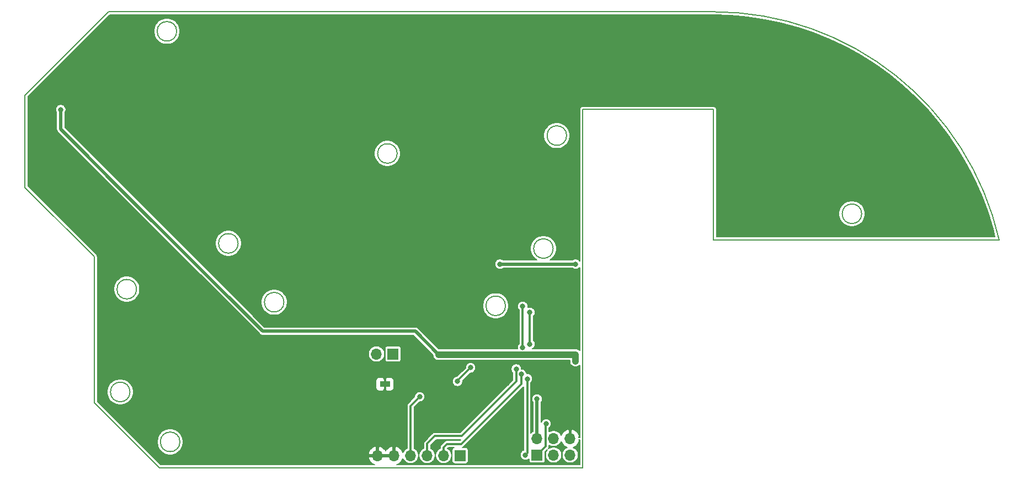
<source format=gbr>
%TF.GenerationSoftware,KiCad,Pcbnew,5.1.7+dfsg1-1~bpo10+1*%
%TF.CreationDate,2020-11-15T21:32:18+00:00*%
%TF.ProjectId,mobo,6d6f626f-2e6b-4696-9361-645f70636258,rev?*%
%TF.SameCoordinates,Original*%
%TF.FileFunction,Copper,L2,Bot*%
%TF.FilePolarity,Positive*%
%FSLAX45Y45*%
G04 Gerber Fmt 4.5, Leading zero omitted, Abs format (unit mm)*
G04 Created by KiCad (PCBNEW 5.1.7+dfsg1-1~bpo10+1) date 2020-11-15 21:32:18*
%MOMM*%
%LPD*%
G01*
G04 APERTURE LIST*
%TA.AperFunction,Profile*%
%ADD10C,0.200000*%
%TD*%
%TA.AperFunction,ComponentPad*%
%ADD11R,1.700000X1.700000*%
%TD*%
%TA.AperFunction,ComponentPad*%
%ADD12O,1.700000X1.700000*%
%TD*%
%TA.AperFunction,ComponentPad*%
%ADD13C,0.600000*%
%TD*%
%TA.AperFunction,SMDPad,CuDef*%
%ADD14R,1.600000X0.900000*%
%TD*%
%TA.AperFunction,ViaPad*%
%ADD15C,0.800000*%
%TD*%
%TA.AperFunction,Conductor*%
%ADD16C,0.300000*%
%TD*%
%TA.AperFunction,Conductor*%
%ADD17C,0.500000*%
%TD*%
%TA.AperFunction,Conductor*%
%ADD18C,1.000000*%
%TD*%
%TA.AperFunction,Conductor*%
%ADD19C,0.200000*%
%TD*%
%TA.AperFunction,Conductor*%
%ADD20C,0.150000*%
%TD*%
%ADD21C,0.350000*%
%ADD22C,0.250000*%
G04 APERTURE END LIST*
D10*
X10078686Y-16898000D02*
G75*
G03*
X10078686Y-16898000I-150000J0D01*
G01*
X9313000Y-16132314D02*
G75*
G03*
X9313000Y-16132314I-150000J0D01*
G01*
X18263000Y-11798000D02*
X16263000Y-11798000D01*
X18263000Y-13798000D02*
X18263000Y-11798000D01*
X10029424Y-10598000D02*
G75*
G03*
X10029424Y-10598000I-150000J0D01*
G01*
X20541427Y-13398000D02*
G75*
G03*
X20541427Y-13398000I-150000J0D01*
G01*
X8984826Y-10298000D02*
X18263000Y-10298000D01*
X7702340Y-11580485D02*
X8984826Y-10298000D01*
X10972211Y-13852451D02*
G75*
G03*
X10972211Y-13852451I-150000J0D01*
G01*
X15074964Y-14810514D02*
G75*
G03*
X15074964Y-14810514I-150000J0D01*
G01*
X11675420Y-14754866D02*
G75*
G03*
X11675420Y-14754866I-150000J0D01*
G01*
X16263000Y-17298000D02*
X9763000Y-17298000D01*
X16263000Y-11798000D02*
X16263000Y-17298000D01*
X13413000Y-12473000D02*
G75*
G03*
X13413000Y-12473000I-150000J0D01*
G01*
X9413000Y-14555359D02*
G75*
G03*
X9413000Y-14555359I-150000J0D01*
G01*
X7702340Y-12994699D02*
X7702340Y-11580485D01*
X8763000Y-14055359D02*
X7702340Y-12994699D01*
X15807333Y-13931598D02*
G75*
G03*
X15807333Y-13931598I-150000J0D01*
G01*
X8763000Y-16298000D02*
X8763000Y-14055359D01*
X9763000Y-17298000D02*
X8763000Y-16298000D01*
X22650482Y-13798000D02*
X18263000Y-13798000D01*
X18263000Y-10298000D02*
G75*
G02*
X22650482Y-13798000I0J-4500000D01*
G01*
X16013000Y-12198000D02*
G75*
G03*
X16013000Y-12198000I-150000J0D01*
G01*
D11*
X15560000Y-17100000D03*
D12*
X15560000Y-16846000D03*
X15814000Y-17100000D03*
X15814000Y-16846000D03*
X16068000Y-17100000D03*
X16068000Y-16846000D03*
D11*
X14379800Y-17108700D03*
D12*
X14125800Y-17108700D03*
X13871800Y-17108700D03*
X13617800Y-17108700D03*
X13363800Y-17108700D03*
X13109800Y-17108700D03*
D11*
X13350000Y-15550000D03*
D12*
X13096000Y-15550000D03*
D13*
X13274700Y-16014000D03*
X13174700Y-16014000D03*
D14*
X13224700Y-16014000D03*
D15*
X13021500Y-16014000D03*
X15100000Y-16000000D03*
X14390000Y-16140000D03*
X8830000Y-11320000D03*
X8330000Y-11600000D03*
X15560000Y-16240000D03*
X13760000Y-16205000D03*
X16150000Y-15560000D03*
X16150000Y-15660000D03*
X14050000Y-15560000D03*
X14140000Y-15560000D03*
X14990000Y-14170000D03*
X16150000Y-14170000D03*
X8250000Y-11800000D03*
X15410000Y-15930000D03*
X15380000Y-17100000D03*
X15320000Y-15860000D03*
X15240000Y-15780000D03*
X15450000Y-15400000D03*
X15450000Y-14910000D03*
X15340000Y-15450000D03*
X15340000Y-14820000D03*
X15700000Y-16620000D03*
X14340000Y-15970000D03*
X14540000Y-15760000D03*
D16*
X13224700Y-16166400D02*
X13224700Y-16014000D01*
X13212000Y-16179100D02*
X13224700Y-16166400D01*
X13130031Y-16179100D02*
X13212000Y-16179100D01*
X13021500Y-16070568D02*
X13130031Y-16179100D01*
X13021500Y-16014000D02*
X13021500Y-16070568D01*
X13021500Y-16014000D02*
X13021500Y-15963200D01*
X13021500Y-15963200D02*
X13135800Y-15848900D01*
X13135800Y-15848900D02*
X13212000Y-15848900D01*
X13212000Y-15848900D02*
X13224700Y-15861600D01*
X13224700Y-15861600D02*
X13224700Y-16014000D01*
D17*
X15560000Y-16846000D02*
X15560000Y-16240000D01*
D16*
X13617800Y-16347200D02*
X13617800Y-17108700D01*
X13760000Y-16205000D02*
X13617800Y-16347200D01*
D18*
X16150000Y-15560000D02*
X14140000Y-15560000D01*
X16150000Y-15660000D02*
X16150000Y-15560000D01*
X14050000Y-15560000D02*
X14050000Y-15560000D01*
X14140000Y-15560000D02*
X14050000Y-15560000D01*
D17*
X14990000Y-14170000D02*
X16150000Y-14170000D01*
X14050000Y-15560000D02*
X13690000Y-15200000D01*
X13690000Y-15200000D02*
X11350000Y-15200000D01*
X11350000Y-15200000D02*
X9100000Y-12950000D01*
X9100000Y-12950000D02*
X8540000Y-12390000D01*
X8540000Y-12390000D02*
X8250000Y-12100000D01*
X8250000Y-12100000D02*
X8250000Y-11800000D01*
D16*
X15410000Y-17070000D02*
X15380000Y-17100000D01*
X15410000Y-15930000D02*
X15410000Y-17070000D01*
X14125800Y-16984200D02*
X14125800Y-17108700D01*
X15320000Y-16010000D02*
X14400000Y-16930000D01*
X14180000Y-16930000D02*
X14125800Y-16984200D01*
X14400000Y-16930000D02*
X14180000Y-16930000D01*
X15320000Y-15860000D02*
X15320000Y-16010000D01*
X15240000Y-15971000D02*
X14401000Y-16810000D01*
X15240000Y-15780000D02*
X15240000Y-15971000D01*
X14401000Y-16810000D02*
X13990000Y-16810000D01*
X13871800Y-16928200D02*
X13871800Y-17108700D01*
X13990000Y-16810000D02*
X13871800Y-16928200D01*
X15450000Y-15400000D02*
X15450000Y-14910000D01*
X15340000Y-15450000D02*
X15340000Y-14820000D01*
X15690000Y-16970000D02*
X15560000Y-17100000D01*
X15690000Y-16630000D02*
X15690000Y-16970000D01*
X15700000Y-16620000D02*
X15690000Y-16630000D01*
X14340000Y-15960000D02*
X14540000Y-15760000D01*
X14340000Y-15970000D02*
X14340000Y-15960000D01*
D19*
X18262265Y-10348000D02*
X18526911Y-10355855D01*
X18789896Y-10379325D01*
X19051023Y-10418351D01*
X19309376Y-10472794D01*
X19564048Y-10542465D01*
X19814138Y-10627116D01*
X20058766Y-10726449D01*
X20297076Y-10840117D01*
X20528223Y-10967717D01*
X20751396Y-11108801D01*
X20965809Y-11262872D01*
X21170707Y-11429388D01*
X21365370Y-11607764D01*
X21549110Y-11797369D01*
X21721282Y-11997537D01*
X21881280Y-12207565D01*
X22028541Y-12426712D01*
X22162545Y-12654206D01*
X22282822Y-12889248D01*
X22388948Y-13131009D01*
X22480549Y-13378639D01*
X22557368Y-13631482D01*
X22586462Y-13748000D01*
X18313000Y-13748000D01*
X18313000Y-13378200D01*
X20190400Y-13378200D01*
X20190400Y-13417799D01*
X20198125Y-13456637D01*
X20213279Y-13493222D01*
X20235279Y-13526147D01*
X20263280Y-13554148D01*
X20296205Y-13576148D01*
X20332790Y-13591302D01*
X20371628Y-13599027D01*
X20411227Y-13599027D01*
X20450065Y-13591302D01*
X20486649Y-13576148D01*
X20519575Y-13554148D01*
X20547575Y-13526147D01*
X20569575Y-13493222D01*
X20584729Y-13456637D01*
X20592454Y-13417799D01*
X20592454Y-13378200D01*
X20584729Y-13339362D01*
X20569575Y-13302778D01*
X20547575Y-13269852D01*
X20519575Y-13241852D01*
X20486649Y-13219852D01*
X20450065Y-13204698D01*
X20411227Y-13196973D01*
X20371628Y-13196973D01*
X20332790Y-13204698D01*
X20296205Y-13219852D01*
X20263280Y-13241852D01*
X20235279Y-13269852D01*
X20213279Y-13302778D01*
X20198125Y-13339362D01*
X20190400Y-13378200D01*
X18313000Y-13378200D01*
X18313000Y-11800456D01*
X18313242Y-11798000D01*
X18312276Y-11788198D01*
X18309417Y-11778773D01*
X18304775Y-11770087D01*
X18298526Y-11762474D01*
X18290913Y-11756225D01*
X18282227Y-11751582D01*
X18272802Y-11748723D01*
X18265456Y-11748000D01*
X18263000Y-11747758D01*
X18260544Y-11748000D01*
X16265456Y-11748000D01*
X16263000Y-11747758D01*
X16260544Y-11748000D01*
X16253198Y-11748723D01*
X16243773Y-11751582D01*
X16235087Y-11756225D01*
X16227474Y-11762474D01*
X16221225Y-11770087D01*
X16216582Y-11778773D01*
X16213723Y-11788198D01*
X16212758Y-11798000D01*
X16213000Y-11800456D01*
X16213000Y-14120290D01*
X16212140Y-14119003D01*
X16200997Y-14107860D01*
X16187894Y-14099105D01*
X16173335Y-14093074D01*
X16157879Y-14090000D01*
X16142121Y-14090000D01*
X16126665Y-14093074D01*
X16112106Y-14099105D01*
X16103283Y-14105000D01*
X15759658Y-14105000D01*
X15785480Y-14087747D01*
X15813481Y-14059746D01*
X15835481Y-14026821D01*
X15850634Y-13990236D01*
X15858360Y-13951398D01*
X15858360Y-13911799D01*
X15850634Y-13872961D01*
X15835481Y-13836376D01*
X15813481Y-13803451D01*
X15785480Y-13775450D01*
X15752555Y-13753450D01*
X15715970Y-13738297D01*
X15677132Y-13730571D01*
X15637533Y-13730571D01*
X15598695Y-13738297D01*
X15562110Y-13753450D01*
X15529185Y-13775450D01*
X15501184Y-13803451D01*
X15479184Y-13836376D01*
X15464031Y-13872961D01*
X15456305Y-13911799D01*
X15456305Y-13951398D01*
X15464031Y-13990236D01*
X15479184Y-14026821D01*
X15501184Y-14059746D01*
X15529185Y-14087747D01*
X15555007Y-14105000D01*
X15036717Y-14105000D01*
X15027894Y-14099105D01*
X15013335Y-14093074D01*
X14997879Y-14090000D01*
X14982121Y-14090000D01*
X14966665Y-14093074D01*
X14952106Y-14099105D01*
X14939003Y-14107860D01*
X14927860Y-14119003D01*
X14919105Y-14132106D01*
X14913074Y-14146665D01*
X14910000Y-14162121D01*
X14910000Y-14177879D01*
X14913074Y-14193335D01*
X14919105Y-14207894D01*
X14927860Y-14220997D01*
X14939003Y-14232140D01*
X14952106Y-14240895D01*
X14966665Y-14246926D01*
X14982121Y-14250000D01*
X14997879Y-14250000D01*
X15013335Y-14246926D01*
X15027894Y-14240895D01*
X15036717Y-14235000D01*
X16103283Y-14235000D01*
X16112106Y-14240895D01*
X16126665Y-14246926D01*
X16142121Y-14250000D01*
X16157879Y-14250000D01*
X16173335Y-14246926D01*
X16187894Y-14240895D01*
X16200997Y-14232140D01*
X16212140Y-14220997D01*
X16213000Y-14219710D01*
X16213000Y-15495275D01*
X16200243Y-15484806D01*
X16184608Y-15476449D01*
X16167643Y-15471302D01*
X16154421Y-15470000D01*
X16150000Y-15469565D01*
X16145579Y-15470000D01*
X15489234Y-15470000D01*
X15500997Y-15462140D01*
X15512140Y-15450997D01*
X15520895Y-15437894D01*
X15526926Y-15423335D01*
X15530000Y-15407879D01*
X15530000Y-15392121D01*
X15526926Y-15376665D01*
X15520895Y-15362106D01*
X15512140Y-15349003D01*
X15505000Y-15341863D01*
X15505000Y-14968137D01*
X15512140Y-14960997D01*
X15520895Y-14947894D01*
X15526926Y-14933335D01*
X15530000Y-14917879D01*
X15530000Y-14902121D01*
X15526926Y-14886665D01*
X15520895Y-14872106D01*
X15512140Y-14859003D01*
X15500997Y-14847860D01*
X15487894Y-14839105D01*
X15473335Y-14833074D01*
X15457879Y-14830000D01*
X15442121Y-14830000D01*
X15426665Y-14833074D01*
X15418275Y-14836549D01*
X15420000Y-14827879D01*
X15420000Y-14812121D01*
X15416926Y-14796665D01*
X15410895Y-14782106D01*
X15402140Y-14769003D01*
X15390997Y-14757860D01*
X15377894Y-14749105D01*
X15363335Y-14743074D01*
X15347879Y-14740000D01*
X15332121Y-14740000D01*
X15316665Y-14743074D01*
X15302106Y-14749105D01*
X15289003Y-14757860D01*
X15277860Y-14769003D01*
X15269105Y-14782106D01*
X15263074Y-14796665D01*
X15260000Y-14812121D01*
X15260000Y-14827879D01*
X15263074Y-14843335D01*
X15269105Y-14857894D01*
X15277860Y-14870997D01*
X15285000Y-14878137D01*
X15285000Y-15391863D01*
X15277860Y-15399003D01*
X15269105Y-15412106D01*
X15263074Y-15426665D01*
X15260000Y-15442121D01*
X15260000Y-15457879D01*
X15262411Y-15470000D01*
X14051924Y-15470000D01*
X13738220Y-15156296D01*
X13736184Y-15153816D01*
X13726287Y-15145693D01*
X13714995Y-15139657D01*
X13702742Y-15135940D01*
X13693193Y-15135000D01*
X13693192Y-15135000D01*
X13690000Y-15134686D01*
X13686808Y-15135000D01*
X11376924Y-15135000D01*
X10976991Y-14735067D01*
X11324393Y-14735067D01*
X11324393Y-14774666D01*
X11332118Y-14813504D01*
X11347272Y-14850088D01*
X11369272Y-14883014D01*
X11397272Y-14911014D01*
X11430198Y-14933014D01*
X11466782Y-14948168D01*
X11505620Y-14955894D01*
X11545219Y-14955894D01*
X11584057Y-14948168D01*
X11620642Y-14933014D01*
X11653567Y-14911014D01*
X11681568Y-14883014D01*
X11703568Y-14850088D01*
X11718722Y-14813504D01*
X11723255Y-14790715D01*
X14723937Y-14790715D01*
X14723937Y-14830314D01*
X14731663Y-14869152D01*
X14746816Y-14905736D01*
X14768816Y-14938662D01*
X14796817Y-14966662D01*
X14829742Y-14988662D01*
X14866327Y-15003816D01*
X14905165Y-15011542D01*
X14944764Y-15011542D01*
X14983602Y-15003816D01*
X15020187Y-14988662D01*
X15053112Y-14966662D01*
X15081113Y-14938662D01*
X15103113Y-14905736D01*
X15118266Y-14869152D01*
X15125992Y-14830314D01*
X15125992Y-14790715D01*
X15118266Y-14751877D01*
X15103113Y-14715292D01*
X15081113Y-14682367D01*
X15053112Y-14654366D01*
X15020187Y-14632366D01*
X14983602Y-14617212D01*
X14944764Y-14609487D01*
X14905165Y-14609487D01*
X14866327Y-14617212D01*
X14829742Y-14632366D01*
X14796817Y-14654366D01*
X14768816Y-14682367D01*
X14746816Y-14715292D01*
X14731663Y-14751877D01*
X14723937Y-14790715D01*
X11723255Y-14790715D01*
X11726447Y-14774666D01*
X11726447Y-14735067D01*
X11718722Y-14696229D01*
X11703568Y-14659644D01*
X11681568Y-14626719D01*
X11653567Y-14598718D01*
X11620642Y-14576718D01*
X11584057Y-14561564D01*
X11545219Y-14553839D01*
X11505620Y-14553839D01*
X11466782Y-14561564D01*
X11430198Y-14576718D01*
X11397272Y-14598718D01*
X11369272Y-14626719D01*
X11347272Y-14659644D01*
X11332118Y-14696229D01*
X11324393Y-14735067D01*
X10976991Y-14735067D01*
X10074576Y-13832652D01*
X10621184Y-13832652D01*
X10621184Y-13872251D01*
X10628909Y-13911089D01*
X10644063Y-13947673D01*
X10666063Y-13980599D01*
X10694063Y-14008599D01*
X10726989Y-14030599D01*
X10763573Y-14045753D01*
X10802411Y-14053478D01*
X10842010Y-14053478D01*
X10880848Y-14045753D01*
X10917433Y-14030599D01*
X10950358Y-14008599D01*
X10978359Y-13980599D01*
X11000359Y-13947673D01*
X11015513Y-13911089D01*
X11023238Y-13872251D01*
X11023238Y-13832652D01*
X11015513Y-13793814D01*
X11000359Y-13757229D01*
X10978359Y-13724304D01*
X10950358Y-13696303D01*
X10917433Y-13674303D01*
X10880848Y-13659149D01*
X10842010Y-13651424D01*
X10802411Y-13651424D01*
X10763573Y-13659149D01*
X10726989Y-13674303D01*
X10694063Y-13696303D01*
X10666063Y-13724304D01*
X10644063Y-13757229D01*
X10628909Y-13793814D01*
X10621184Y-13832652D01*
X10074576Y-13832652D01*
X9148220Y-12906296D01*
X9148220Y-12906296D01*
X8695124Y-12453200D01*
X13061973Y-12453200D01*
X13061973Y-12492799D01*
X13069698Y-12531637D01*
X13084852Y-12568222D01*
X13106852Y-12601147D01*
X13134853Y-12629148D01*
X13167778Y-12651148D01*
X13204363Y-12666302D01*
X13243201Y-12674027D01*
X13282800Y-12674027D01*
X13321638Y-12666302D01*
X13358222Y-12651148D01*
X13391147Y-12629148D01*
X13419148Y-12601147D01*
X13441148Y-12568222D01*
X13456302Y-12531637D01*
X13464027Y-12492799D01*
X13464027Y-12453200D01*
X13456302Y-12414362D01*
X13441148Y-12377778D01*
X13419148Y-12344852D01*
X13391147Y-12316852D01*
X13358222Y-12294852D01*
X13321638Y-12279698D01*
X13282800Y-12271973D01*
X13243201Y-12271973D01*
X13204363Y-12279698D01*
X13167778Y-12294852D01*
X13134853Y-12316852D01*
X13106852Y-12344852D01*
X13084852Y-12377778D01*
X13069698Y-12414362D01*
X13061973Y-12453200D01*
X8695124Y-12453200D01*
X8588220Y-12346296D01*
X8588220Y-12346296D01*
X8420124Y-12178200D01*
X15661973Y-12178200D01*
X15661973Y-12217799D01*
X15669698Y-12256637D01*
X15684852Y-12293222D01*
X15706852Y-12326147D01*
X15734853Y-12354148D01*
X15767778Y-12376148D01*
X15804362Y-12391302D01*
X15843200Y-12399027D01*
X15882799Y-12399027D01*
X15921637Y-12391302D01*
X15958222Y-12376148D01*
X15991147Y-12354148D01*
X16019148Y-12326147D01*
X16041148Y-12293222D01*
X16056302Y-12256637D01*
X16064027Y-12217799D01*
X16064027Y-12178200D01*
X16056302Y-12139362D01*
X16041148Y-12102778D01*
X16019148Y-12069853D01*
X15991147Y-12041852D01*
X15958222Y-12019852D01*
X15921637Y-12004698D01*
X15882799Y-11996973D01*
X15843200Y-11996973D01*
X15804362Y-12004698D01*
X15767778Y-12019852D01*
X15734853Y-12041852D01*
X15706852Y-12069853D01*
X15684852Y-12102778D01*
X15669698Y-12139362D01*
X15661973Y-12178200D01*
X8420124Y-12178200D01*
X8315000Y-12073076D01*
X8315000Y-11846717D01*
X8320895Y-11837894D01*
X8326926Y-11823335D01*
X8330000Y-11807879D01*
X8330000Y-11792121D01*
X8326926Y-11776665D01*
X8320895Y-11762106D01*
X8312140Y-11749003D01*
X8300997Y-11737860D01*
X8287894Y-11729105D01*
X8273335Y-11723074D01*
X8257879Y-11720000D01*
X8242121Y-11720000D01*
X8226665Y-11723074D01*
X8212106Y-11729105D01*
X8199003Y-11737860D01*
X8187860Y-11749003D01*
X8179105Y-11762106D01*
X8173074Y-11776665D01*
X8170000Y-11792121D01*
X8170000Y-11807879D01*
X8173074Y-11823335D01*
X8179105Y-11837894D01*
X8185000Y-11846717D01*
X8185000Y-12096808D01*
X8184686Y-12100000D01*
X8185000Y-12103192D01*
X8185000Y-12103193D01*
X8185940Y-12112742D01*
X8188354Y-12120699D01*
X8189657Y-12124995D01*
X8195693Y-12136287D01*
X8196970Y-12137842D01*
X8203816Y-12146184D01*
X8206296Y-12148220D01*
X8496296Y-12438220D01*
X8496297Y-12438220D01*
X9056296Y-12998220D01*
X9056297Y-12998220D01*
X11301780Y-15243704D01*
X11303816Y-15246184D01*
X11306296Y-15248220D01*
X11306296Y-15248220D01*
X11311584Y-15252559D01*
X11313713Y-15254307D01*
X11325005Y-15260343D01*
X11337258Y-15264059D01*
X11346807Y-15265000D01*
X11346808Y-15265000D01*
X11350000Y-15265314D01*
X11353192Y-15265000D01*
X13663076Y-15265000D01*
X13959727Y-15561651D01*
X13961302Y-15577643D01*
X13966449Y-15594608D01*
X13974806Y-15610243D01*
X13986052Y-15623947D01*
X13999757Y-15635194D01*
X14015392Y-15643551D01*
X14032357Y-15648698D01*
X14045579Y-15650000D01*
X16060000Y-15650000D01*
X16060000Y-15664421D01*
X16061302Y-15677643D01*
X16066449Y-15694608D01*
X16074806Y-15710243D01*
X16086052Y-15723947D01*
X16099757Y-15735194D01*
X16115392Y-15743551D01*
X16132357Y-15748698D01*
X16150000Y-15750435D01*
X16167643Y-15748698D01*
X16184608Y-15743551D01*
X16200243Y-15735194D01*
X16213000Y-15724725D01*
X16213000Y-16830600D01*
X16197785Y-16830600D01*
X16208791Y-16808109D01*
X16198693Y-16781370D01*
X16183574Y-16757115D01*
X16164012Y-16736275D01*
X16140761Y-16719653D01*
X16114714Y-16707885D01*
X16105891Y-16705210D01*
X16083400Y-16716311D01*
X16083400Y-16830600D01*
X16085400Y-16830600D01*
X16085400Y-16861400D01*
X16083400Y-16861400D01*
X16083400Y-16863400D01*
X16052600Y-16863400D01*
X16052600Y-16861400D01*
X16050600Y-16861400D01*
X16050600Y-16830600D01*
X16052600Y-16830600D01*
X16052600Y-16716311D01*
X16030109Y-16705210D01*
X16021286Y-16707885D01*
X15995239Y-16719653D01*
X15971988Y-16736275D01*
X15952426Y-16757115D01*
X15937306Y-16781370D01*
X15930259Y-16800033D01*
X15924773Y-16786790D01*
X15911094Y-16766317D01*
X15893683Y-16748906D01*
X15873210Y-16735226D01*
X15850461Y-16725804D01*
X15826311Y-16721000D01*
X15801689Y-16721000D01*
X15777539Y-16725804D01*
X15754790Y-16735226D01*
X15745000Y-16741768D01*
X15745000Y-16686147D01*
X15750997Y-16682140D01*
X15762140Y-16670997D01*
X15770895Y-16657894D01*
X15776926Y-16643335D01*
X15780000Y-16627879D01*
X15780000Y-16612121D01*
X15776926Y-16596665D01*
X15770895Y-16582106D01*
X15762140Y-16569003D01*
X15750997Y-16557860D01*
X15737894Y-16549105D01*
X15723335Y-16543074D01*
X15707879Y-16540000D01*
X15692121Y-16540000D01*
X15676665Y-16543074D01*
X15662106Y-16549105D01*
X15649003Y-16557860D01*
X15637860Y-16569003D01*
X15629105Y-16582106D01*
X15625000Y-16592016D01*
X15625000Y-16286717D01*
X15630895Y-16277894D01*
X15636926Y-16263335D01*
X15640000Y-16247879D01*
X15640000Y-16232121D01*
X15636926Y-16216665D01*
X15630895Y-16202106D01*
X15622140Y-16189003D01*
X15610997Y-16177860D01*
X15597894Y-16169105D01*
X15583335Y-16163074D01*
X15567879Y-16160000D01*
X15552121Y-16160000D01*
X15536665Y-16163074D01*
X15522106Y-16169105D01*
X15509003Y-16177860D01*
X15497860Y-16189003D01*
X15489105Y-16202106D01*
X15483074Y-16216665D01*
X15480000Y-16232121D01*
X15480000Y-16247879D01*
X15483074Y-16263335D01*
X15489105Y-16277894D01*
X15495000Y-16286717D01*
X15495000Y-16739095D01*
X15480317Y-16748906D01*
X15465000Y-16764223D01*
X15465000Y-15988137D01*
X15472140Y-15980997D01*
X15480895Y-15967894D01*
X15486926Y-15953335D01*
X15490000Y-15937879D01*
X15490000Y-15922121D01*
X15486926Y-15906665D01*
X15480895Y-15892106D01*
X15472140Y-15879003D01*
X15460997Y-15867860D01*
X15447894Y-15859105D01*
X15433335Y-15853074D01*
X15417879Y-15850000D01*
X15402121Y-15850000D01*
X15399675Y-15850486D01*
X15396926Y-15836665D01*
X15390895Y-15822106D01*
X15382140Y-15809003D01*
X15370997Y-15797860D01*
X15357894Y-15789105D01*
X15343335Y-15783074D01*
X15327879Y-15780000D01*
X15320000Y-15780000D01*
X15320000Y-15772121D01*
X15316926Y-15756665D01*
X15310895Y-15742106D01*
X15302140Y-15729003D01*
X15290997Y-15717860D01*
X15277894Y-15709105D01*
X15263335Y-15703074D01*
X15247879Y-15700000D01*
X15232121Y-15700000D01*
X15216665Y-15703074D01*
X15202106Y-15709105D01*
X15189003Y-15717860D01*
X15177860Y-15729003D01*
X15169105Y-15742106D01*
X15163074Y-15756665D01*
X15160000Y-15772121D01*
X15160000Y-15787879D01*
X15163074Y-15803335D01*
X15169105Y-15817894D01*
X15177860Y-15830997D01*
X15185000Y-15838137D01*
X15185000Y-15948218D01*
X14378218Y-16755000D01*
X13992701Y-16755000D01*
X13990000Y-16754734D01*
X13987299Y-16755000D01*
X13987298Y-16755000D01*
X13979218Y-16755796D01*
X13968851Y-16758941D01*
X13959296Y-16764048D01*
X13959296Y-16764048D01*
X13959296Y-16764048D01*
X13953019Y-16769199D01*
X13953019Y-16769199D01*
X13950921Y-16770921D01*
X13949199Y-16773019D01*
X13834820Y-16887399D01*
X13832721Y-16889121D01*
X13825848Y-16897496D01*
X13820741Y-16907051D01*
X13817596Y-16917418D01*
X13816800Y-16925498D01*
X13816800Y-16925499D01*
X13816534Y-16928200D01*
X13816800Y-16930901D01*
X13816800Y-16996183D01*
X13812590Y-16997927D01*
X13792117Y-17011606D01*
X13774706Y-17029017D01*
X13761026Y-17049490D01*
X13751604Y-17072239D01*
X13746800Y-17096389D01*
X13746800Y-17121011D01*
X13751604Y-17145161D01*
X13761026Y-17167910D01*
X13774706Y-17188383D01*
X13792117Y-17205794D01*
X13812590Y-17219474D01*
X13835339Y-17228896D01*
X13859489Y-17233700D01*
X13884111Y-17233700D01*
X13908261Y-17228896D01*
X13931010Y-17219474D01*
X13951483Y-17205794D01*
X13968894Y-17188383D01*
X13982573Y-17167910D01*
X13991996Y-17145161D01*
X13996800Y-17121011D01*
X13996800Y-17096389D01*
X13991996Y-17072239D01*
X13982573Y-17049490D01*
X13968894Y-17029017D01*
X13951483Y-17011606D01*
X13931010Y-16997927D01*
X13926800Y-16996183D01*
X13926800Y-16950982D01*
X14012782Y-16865000D01*
X14387218Y-16865000D01*
X14377218Y-16875000D01*
X14182701Y-16875000D01*
X14180000Y-16874734D01*
X14177299Y-16875000D01*
X14177298Y-16875000D01*
X14169218Y-16875796D01*
X14158850Y-16878941D01*
X14152663Y-16882248D01*
X14149296Y-16884048D01*
X14140921Y-16890921D01*
X14139199Y-16893020D01*
X14088820Y-16943399D01*
X14086721Y-16945121D01*
X14079848Y-16953496D01*
X14074741Y-16963051D01*
X14071596Y-16973418D01*
X14070800Y-16981498D01*
X14070800Y-16981499D01*
X14070534Y-16984200D01*
X14070800Y-16986901D01*
X14070800Y-16996183D01*
X14066590Y-16997927D01*
X14046117Y-17011606D01*
X14028706Y-17029017D01*
X14015026Y-17049490D01*
X14005604Y-17072239D01*
X14000800Y-17096389D01*
X14000800Y-17121011D01*
X14005604Y-17145161D01*
X14015026Y-17167910D01*
X14028706Y-17188383D01*
X14046117Y-17205794D01*
X14066590Y-17219474D01*
X14089339Y-17228896D01*
X14113489Y-17233700D01*
X14138111Y-17233700D01*
X14162261Y-17228896D01*
X14185010Y-17219474D01*
X14205483Y-17205794D01*
X14222894Y-17188383D01*
X14236573Y-17167910D01*
X14245996Y-17145161D01*
X14250800Y-17121011D01*
X14250800Y-17096389D01*
X14245996Y-17072239D01*
X14236573Y-17049490D01*
X14222894Y-17029017D01*
X14205483Y-17011606D01*
X14187914Y-16999867D01*
X14202782Y-16985000D01*
X14284581Y-16985000D01*
X14279419Y-16986566D01*
X14272470Y-16990280D01*
X14266379Y-16995279D01*
X14261380Y-17001370D01*
X14257666Y-17008319D01*
X14255379Y-17015859D01*
X14254606Y-17023700D01*
X14254606Y-17193700D01*
X14255379Y-17201541D01*
X14257666Y-17209081D01*
X14261380Y-17216030D01*
X14266379Y-17222121D01*
X14272470Y-17227120D01*
X14279419Y-17230834D01*
X14286959Y-17233121D01*
X14294800Y-17233894D01*
X14464800Y-17233894D01*
X14472641Y-17233121D01*
X14480181Y-17230834D01*
X14487130Y-17227120D01*
X14493221Y-17222121D01*
X14498220Y-17216030D01*
X14501934Y-17209081D01*
X14504221Y-17201541D01*
X14504993Y-17193700D01*
X14504993Y-17023700D01*
X14504221Y-17015859D01*
X14501934Y-17008319D01*
X14498220Y-17001370D01*
X14493221Y-16995279D01*
X14487130Y-16990280D01*
X14480181Y-16986566D01*
X14472641Y-16984279D01*
X14464800Y-16983507D01*
X14413082Y-16983507D01*
X14421149Y-16981059D01*
X14430704Y-16975952D01*
X14439079Y-16969079D01*
X14440801Y-16966980D01*
X15355000Y-16052782D01*
X15355000Y-17023764D01*
X15342106Y-17029105D01*
X15329003Y-17037860D01*
X15317860Y-17049003D01*
X15309105Y-17062106D01*
X15303074Y-17076665D01*
X15300000Y-17092121D01*
X15300000Y-17107879D01*
X15303074Y-17123335D01*
X15309105Y-17137894D01*
X15317860Y-17150997D01*
X15329003Y-17162140D01*
X15342106Y-17170895D01*
X15356665Y-17176926D01*
X15372121Y-17180000D01*
X15387879Y-17180000D01*
X15403335Y-17176926D01*
X15417894Y-17170895D01*
X15430997Y-17162140D01*
X15434806Y-17158331D01*
X15434806Y-17185000D01*
X15435579Y-17192841D01*
X15437866Y-17200381D01*
X15441580Y-17207330D01*
X15446579Y-17213421D01*
X15452670Y-17218420D01*
X15459619Y-17222134D01*
X15467159Y-17224421D01*
X15475000Y-17225194D01*
X15645000Y-17225194D01*
X15652841Y-17224421D01*
X15660381Y-17222134D01*
X15667330Y-17218420D01*
X15673421Y-17213421D01*
X15678420Y-17207330D01*
X15682134Y-17200381D01*
X15684421Y-17192841D01*
X15685193Y-17185000D01*
X15685193Y-17052588D01*
X15715782Y-17022000D01*
X15703226Y-17040790D01*
X15693804Y-17063539D01*
X15689000Y-17087689D01*
X15689000Y-17112311D01*
X15693804Y-17136461D01*
X15703226Y-17159210D01*
X15716906Y-17179683D01*
X15734317Y-17197094D01*
X15754790Y-17210774D01*
X15777539Y-17220196D01*
X15801689Y-17225000D01*
X15826311Y-17225000D01*
X15850461Y-17220196D01*
X15873210Y-17210774D01*
X15893683Y-17197094D01*
X15911094Y-17179683D01*
X15924773Y-17159210D01*
X15934196Y-17136461D01*
X15939000Y-17112311D01*
X15939000Y-17087689D01*
X15934196Y-17063539D01*
X15924773Y-17040790D01*
X15911094Y-17020317D01*
X15893683Y-17002906D01*
X15873210Y-16989227D01*
X15850461Y-16979804D01*
X15826311Y-16975000D01*
X15801689Y-16975000D01*
X15777539Y-16979804D01*
X15754790Y-16989227D01*
X15734317Y-17002906D01*
X15733357Y-17003867D01*
X15735952Y-17000704D01*
X15741059Y-16991149D01*
X15744204Y-16980782D01*
X15745000Y-16972702D01*
X15745000Y-16972701D01*
X15745266Y-16970000D01*
X15745000Y-16967299D01*
X15745000Y-16950232D01*
X15754790Y-16956774D01*
X15777539Y-16966196D01*
X15801689Y-16971000D01*
X15826311Y-16971000D01*
X15850461Y-16966196D01*
X15873210Y-16956774D01*
X15893683Y-16943094D01*
X15911094Y-16925683D01*
X15924773Y-16905210D01*
X15930259Y-16891967D01*
X15937306Y-16910630D01*
X15952426Y-16934885D01*
X15971988Y-16955725D01*
X15995239Y-16972347D01*
X16021212Y-16984081D01*
X16008790Y-16989227D01*
X15988317Y-17002906D01*
X15970906Y-17020317D01*
X15957226Y-17040790D01*
X15947804Y-17063539D01*
X15943000Y-17087689D01*
X15943000Y-17112311D01*
X15947804Y-17136461D01*
X15957226Y-17159210D01*
X15970906Y-17179683D01*
X15988317Y-17197094D01*
X16008790Y-17210774D01*
X16031539Y-17220196D01*
X16055689Y-17225000D01*
X16080311Y-17225000D01*
X16104461Y-17220196D01*
X16127210Y-17210774D01*
X16147683Y-17197094D01*
X16165094Y-17179683D01*
X16178773Y-17159210D01*
X16188196Y-17136461D01*
X16193000Y-17112311D01*
X16193000Y-17087689D01*
X16188196Y-17063539D01*
X16178773Y-17040790D01*
X16165094Y-17020317D01*
X16147683Y-17002906D01*
X16127210Y-16989227D01*
X16114788Y-16984081D01*
X16140761Y-16972347D01*
X16164012Y-16955725D01*
X16183574Y-16934885D01*
X16198693Y-16910630D01*
X16208791Y-16883891D01*
X16197785Y-16861400D01*
X16213000Y-16861400D01*
X16213000Y-17248000D01*
X13406605Y-17248000D01*
X13410514Y-17246815D01*
X13436561Y-17235047D01*
X13459812Y-17218425D01*
X13479374Y-17197585D01*
X13494493Y-17173330D01*
X13501541Y-17154667D01*
X13507026Y-17167910D01*
X13520706Y-17188383D01*
X13538117Y-17205794D01*
X13558590Y-17219474D01*
X13581339Y-17228896D01*
X13605489Y-17233700D01*
X13630111Y-17233700D01*
X13654261Y-17228896D01*
X13677010Y-17219474D01*
X13697483Y-17205794D01*
X13714894Y-17188383D01*
X13728573Y-17167910D01*
X13737996Y-17145161D01*
X13742800Y-17121011D01*
X13742800Y-17096389D01*
X13737996Y-17072239D01*
X13728573Y-17049490D01*
X13714894Y-17029017D01*
X13697483Y-17011606D01*
X13677010Y-16997927D01*
X13672800Y-16996183D01*
X13672800Y-16369982D01*
X13757782Y-16285000D01*
X13767879Y-16285000D01*
X13783335Y-16281926D01*
X13797894Y-16275895D01*
X13810997Y-16267140D01*
X13822140Y-16255997D01*
X13830895Y-16242894D01*
X13836926Y-16228335D01*
X13840000Y-16212879D01*
X13840000Y-16197121D01*
X13836926Y-16181665D01*
X13830895Y-16167106D01*
X13822140Y-16154003D01*
X13810997Y-16142860D01*
X13797894Y-16134105D01*
X13783335Y-16128074D01*
X13767879Y-16125000D01*
X13752121Y-16125000D01*
X13736665Y-16128074D01*
X13722106Y-16134105D01*
X13709003Y-16142860D01*
X13697860Y-16154003D01*
X13689105Y-16167106D01*
X13683074Y-16181665D01*
X13680000Y-16197121D01*
X13680000Y-16207218D01*
X13580820Y-16306399D01*
X13578721Y-16308121D01*
X13571848Y-16316496D01*
X13566741Y-16326051D01*
X13563596Y-16336418D01*
X13562800Y-16344498D01*
X13562800Y-16344499D01*
X13562534Y-16347200D01*
X13562800Y-16349901D01*
X13562800Y-16996183D01*
X13558590Y-16997927D01*
X13538117Y-17011606D01*
X13520706Y-17029017D01*
X13507026Y-17049490D01*
X13501541Y-17062733D01*
X13494493Y-17044070D01*
X13479374Y-17019815D01*
X13459812Y-16998975D01*
X13436561Y-16982353D01*
X13410514Y-16970585D01*
X13401691Y-16967910D01*
X13379200Y-16979011D01*
X13379200Y-17093300D01*
X13381200Y-17093300D01*
X13381200Y-17124100D01*
X13379200Y-17124100D01*
X13379200Y-17126100D01*
X13348400Y-17126100D01*
X13348400Y-17124100D01*
X13125200Y-17124100D01*
X13125200Y-17126100D01*
X13094400Y-17126100D01*
X13094400Y-17124100D01*
X12980015Y-17124100D01*
X12969009Y-17146591D01*
X12979106Y-17173330D01*
X12994226Y-17197585D01*
X13013788Y-17218425D01*
X13037039Y-17235047D01*
X13063086Y-17246815D01*
X13066994Y-17248000D01*
X9783711Y-17248000D01*
X9413911Y-16878200D01*
X9727658Y-16878200D01*
X9727658Y-16917799D01*
X9735384Y-16956637D01*
X9750537Y-16993222D01*
X9772537Y-17026147D01*
X9800538Y-17054148D01*
X9833463Y-17076148D01*
X9870048Y-17091302D01*
X9908886Y-17099027D01*
X9948485Y-17099027D01*
X9987323Y-17091302D01*
X10023908Y-17076148D01*
X10031898Y-17070809D01*
X12969009Y-17070809D01*
X12980015Y-17093300D01*
X13094400Y-17093300D01*
X13094400Y-16979011D01*
X13125200Y-16979011D01*
X13125200Y-17093300D01*
X13348400Y-17093300D01*
X13348400Y-16979011D01*
X13325909Y-16967910D01*
X13317086Y-16970585D01*
X13291039Y-16982353D01*
X13267788Y-16998975D01*
X13248226Y-17019815D01*
X13236800Y-17038145D01*
X13225374Y-17019815D01*
X13205812Y-16998975D01*
X13182561Y-16982353D01*
X13156514Y-16970585D01*
X13147691Y-16967910D01*
X13125200Y-16979011D01*
X13094400Y-16979011D01*
X13071909Y-16967910D01*
X13063086Y-16970585D01*
X13037039Y-16982353D01*
X13013788Y-16998975D01*
X12994226Y-17019815D01*
X12979106Y-17044070D01*
X12969009Y-17070809D01*
X10031898Y-17070809D01*
X10056833Y-17054148D01*
X10084834Y-17026147D01*
X10106834Y-16993222D01*
X10121987Y-16956637D01*
X10129713Y-16917799D01*
X10129713Y-16878200D01*
X10121987Y-16839362D01*
X10106834Y-16802778D01*
X10084834Y-16769852D01*
X10056833Y-16741852D01*
X10023908Y-16719852D01*
X9987323Y-16704698D01*
X9948485Y-16696973D01*
X9908886Y-16696973D01*
X9870048Y-16704698D01*
X9833463Y-16719852D01*
X9800538Y-16741852D01*
X9772537Y-16769852D01*
X9750537Y-16802778D01*
X9735384Y-16839362D01*
X9727658Y-16878200D01*
X9413911Y-16878200D01*
X8813000Y-16277289D01*
X8813000Y-16112515D01*
X8961973Y-16112515D01*
X8961973Y-16152114D01*
X8969698Y-16190952D01*
X8984852Y-16227536D01*
X9006852Y-16260462D01*
X9034853Y-16288462D01*
X9067778Y-16310462D01*
X9104363Y-16325616D01*
X9143201Y-16333342D01*
X9182800Y-16333342D01*
X9221638Y-16325616D01*
X9258222Y-16310462D01*
X9291147Y-16288462D01*
X9319148Y-16260462D01*
X9341148Y-16227536D01*
X9356302Y-16190952D01*
X9364027Y-16152114D01*
X9364027Y-16112515D01*
X9356302Y-16073677D01*
X9341148Y-16037092D01*
X9319148Y-16004167D01*
X9291147Y-15976166D01*
X9280422Y-15969000D01*
X13083606Y-15969000D01*
X13083900Y-15983400D01*
X13087747Y-15987247D01*
X13086583Y-15990335D01*
X13085214Y-15998600D01*
X13083900Y-15998600D01*
X13083900Y-16006530D01*
X13083660Y-16007981D01*
X13083900Y-16015455D01*
X13083900Y-16029400D01*
X13085058Y-16029400D01*
X13087708Y-16040792D01*
X13083900Y-16044600D01*
X13083606Y-16059000D01*
X13084780Y-16070919D01*
X13088256Y-16082380D01*
X13093902Y-16092942D01*
X13101500Y-16102200D01*
X13110758Y-16109798D01*
X13121320Y-16115444D01*
X13132781Y-16118920D01*
X13144700Y-16120094D01*
X13194100Y-16119800D01*
X13209300Y-16104600D01*
X13209300Y-16098210D01*
X13215101Y-16095807D01*
X13215965Y-16084229D01*
X13221108Y-16089371D01*
X13224700Y-16085779D01*
X13228292Y-16089371D01*
X13233435Y-16084229D01*
X13234299Y-16095807D01*
X13240100Y-16097994D01*
X13240100Y-16104600D01*
X13255300Y-16119800D01*
X13304700Y-16120094D01*
X13316619Y-16118920D01*
X13328080Y-16115444D01*
X13338642Y-16109798D01*
X13347900Y-16102200D01*
X13355498Y-16092942D01*
X13361144Y-16082380D01*
X13364620Y-16070919D01*
X13365794Y-16059000D01*
X13365500Y-16044600D01*
X13361653Y-16040753D01*
X13362817Y-16037665D01*
X13364186Y-16029400D01*
X13365500Y-16029400D01*
X13365500Y-16021470D01*
X13365740Y-16020019D01*
X13365500Y-16012545D01*
X13365500Y-15998600D01*
X13364341Y-15998600D01*
X13361692Y-15987208D01*
X13365500Y-15983400D01*
X13365794Y-15969000D01*
X13365117Y-15962121D01*
X14260000Y-15962121D01*
X14260000Y-15977879D01*
X14263074Y-15993335D01*
X14269105Y-16007894D01*
X14277860Y-16020997D01*
X14289003Y-16032140D01*
X14302106Y-16040895D01*
X14316665Y-16046926D01*
X14332121Y-16050000D01*
X14347879Y-16050000D01*
X14363335Y-16046926D01*
X14377894Y-16040895D01*
X14390997Y-16032140D01*
X14402140Y-16020997D01*
X14410895Y-16007894D01*
X14416926Y-15993335D01*
X14420000Y-15977879D01*
X14420000Y-15962121D01*
X14419280Y-15958502D01*
X14537782Y-15840000D01*
X14547879Y-15840000D01*
X14563335Y-15836926D01*
X14577894Y-15830895D01*
X14590997Y-15822140D01*
X14602140Y-15810997D01*
X14610895Y-15797894D01*
X14616926Y-15783335D01*
X14620000Y-15767879D01*
X14620000Y-15752121D01*
X14616926Y-15736665D01*
X14610895Y-15722106D01*
X14602140Y-15709003D01*
X14590997Y-15697860D01*
X14577894Y-15689105D01*
X14563335Y-15683074D01*
X14547879Y-15680000D01*
X14532121Y-15680000D01*
X14516665Y-15683074D01*
X14502106Y-15689105D01*
X14489003Y-15697860D01*
X14477860Y-15709003D01*
X14469105Y-15722106D01*
X14463074Y-15736665D01*
X14460000Y-15752121D01*
X14460000Y-15762218D01*
X14332218Y-15890000D01*
X14332121Y-15890000D01*
X14316665Y-15893074D01*
X14302106Y-15899105D01*
X14289003Y-15907860D01*
X14277860Y-15919003D01*
X14269105Y-15932106D01*
X14263074Y-15946665D01*
X14260000Y-15962121D01*
X13365117Y-15962121D01*
X13364620Y-15957081D01*
X13361144Y-15945620D01*
X13355498Y-15935058D01*
X13347900Y-15925800D01*
X13338642Y-15918202D01*
X13328080Y-15912556D01*
X13316619Y-15909080D01*
X13304700Y-15907906D01*
X13255300Y-15908200D01*
X13240100Y-15923400D01*
X13240100Y-15929790D01*
X13234299Y-15932193D01*
X13233435Y-15943771D01*
X13228292Y-15938629D01*
X13224700Y-15942221D01*
X13221108Y-15938629D01*
X13215965Y-15943771D01*
X13215101Y-15932193D01*
X13209300Y-15930006D01*
X13209300Y-15923400D01*
X13194100Y-15908200D01*
X13144700Y-15907906D01*
X13132781Y-15909080D01*
X13121320Y-15912556D01*
X13110758Y-15918202D01*
X13101500Y-15925800D01*
X13093902Y-15935058D01*
X13088256Y-15945620D01*
X13084780Y-15957081D01*
X13083606Y-15969000D01*
X9280422Y-15969000D01*
X9258222Y-15954166D01*
X9221638Y-15939012D01*
X9182800Y-15931287D01*
X9143201Y-15931287D01*
X9104363Y-15939012D01*
X9067778Y-15954166D01*
X9034853Y-15976166D01*
X9006852Y-16004167D01*
X8984852Y-16037092D01*
X8969698Y-16073677D01*
X8961973Y-16112515D01*
X8813000Y-16112515D01*
X8813000Y-15537689D01*
X12971000Y-15537689D01*
X12971000Y-15562311D01*
X12975804Y-15586461D01*
X12985226Y-15609210D01*
X12998906Y-15629683D01*
X13016317Y-15647094D01*
X13036790Y-15660773D01*
X13059539Y-15670196D01*
X13083689Y-15675000D01*
X13108311Y-15675000D01*
X13132461Y-15670196D01*
X13155210Y-15660773D01*
X13175683Y-15647094D01*
X13193094Y-15629683D01*
X13206773Y-15609210D01*
X13216196Y-15586461D01*
X13221000Y-15562311D01*
X13221000Y-15537689D01*
X13216196Y-15513539D01*
X13206773Y-15490790D01*
X13193094Y-15470317D01*
X13187777Y-15465000D01*
X13224806Y-15465000D01*
X13224806Y-15635000D01*
X13225579Y-15642841D01*
X13227866Y-15650381D01*
X13231580Y-15657330D01*
X13236579Y-15663421D01*
X13242670Y-15668420D01*
X13249619Y-15672134D01*
X13257159Y-15674421D01*
X13265000Y-15675193D01*
X13435000Y-15675193D01*
X13442841Y-15674421D01*
X13450381Y-15672134D01*
X13457330Y-15668420D01*
X13463421Y-15663421D01*
X13468420Y-15657330D01*
X13472134Y-15650381D01*
X13474421Y-15642841D01*
X13475193Y-15635000D01*
X13475193Y-15465000D01*
X13474421Y-15457159D01*
X13472134Y-15449619D01*
X13468420Y-15442670D01*
X13463421Y-15436579D01*
X13457330Y-15431580D01*
X13450381Y-15427866D01*
X13442841Y-15425579D01*
X13435000Y-15424806D01*
X13265000Y-15424806D01*
X13257159Y-15425579D01*
X13249619Y-15427866D01*
X13242670Y-15431580D01*
X13236579Y-15436579D01*
X13231580Y-15442670D01*
X13227866Y-15449619D01*
X13225579Y-15457159D01*
X13224806Y-15465000D01*
X13187777Y-15465000D01*
X13175683Y-15452906D01*
X13155210Y-15439226D01*
X13132461Y-15429804D01*
X13108311Y-15425000D01*
X13083689Y-15425000D01*
X13059539Y-15429804D01*
X13036790Y-15439226D01*
X13016317Y-15452906D01*
X12998906Y-15470317D01*
X12985226Y-15490790D01*
X12975804Y-15513539D01*
X12971000Y-15537689D01*
X8813000Y-15537689D01*
X8813000Y-14535560D01*
X9061973Y-14535560D01*
X9061973Y-14575159D01*
X9069698Y-14613997D01*
X9084852Y-14650581D01*
X9106852Y-14683507D01*
X9134853Y-14711507D01*
X9167778Y-14733507D01*
X9204363Y-14748661D01*
X9243201Y-14756386D01*
X9282800Y-14756386D01*
X9321638Y-14748661D01*
X9358222Y-14733507D01*
X9391147Y-14711507D01*
X9419148Y-14683507D01*
X9441148Y-14650581D01*
X9456302Y-14613997D01*
X9464027Y-14575159D01*
X9464027Y-14535560D01*
X9456302Y-14496722D01*
X9441148Y-14460137D01*
X9419148Y-14427212D01*
X9391147Y-14399211D01*
X9358222Y-14377211D01*
X9321638Y-14362057D01*
X9282800Y-14354332D01*
X9243201Y-14354332D01*
X9204363Y-14362057D01*
X9167778Y-14377211D01*
X9134853Y-14399211D01*
X9106852Y-14427212D01*
X9084852Y-14460137D01*
X9069698Y-14496722D01*
X9061973Y-14535560D01*
X8813000Y-14535560D01*
X8813000Y-14057816D01*
X8813242Y-14055359D01*
X8812277Y-14045557D01*
X8809417Y-14036132D01*
X8804775Y-14027446D01*
X8800092Y-14021740D01*
X8798526Y-14019833D01*
X8796619Y-14018267D01*
X7752340Y-12973989D01*
X7752340Y-11601196D01*
X8775336Y-10578200D01*
X9678397Y-10578200D01*
X9678397Y-10617799D01*
X9686122Y-10656637D01*
X9701276Y-10693222D01*
X9723276Y-10726147D01*
X9751276Y-10754148D01*
X9784202Y-10776148D01*
X9820786Y-10791302D01*
X9859624Y-10799027D01*
X9899223Y-10799027D01*
X9938061Y-10791302D01*
X9974646Y-10776148D01*
X10007571Y-10754148D01*
X10035572Y-10726147D01*
X10057572Y-10693222D01*
X10072726Y-10656637D01*
X10080451Y-10617799D01*
X10080451Y-10578200D01*
X10072726Y-10539362D01*
X10057572Y-10502778D01*
X10035572Y-10469853D01*
X10007571Y-10441852D01*
X9974646Y-10419852D01*
X9938061Y-10404698D01*
X9899223Y-10396973D01*
X9859624Y-10396973D01*
X9820786Y-10404698D01*
X9784202Y-10419852D01*
X9751276Y-10441852D01*
X9723276Y-10469853D01*
X9701276Y-10502778D01*
X9686122Y-10539362D01*
X9678397Y-10578200D01*
X8775336Y-10578200D01*
X9005536Y-10348000D01*
X18262265Y-10348000D01*
%TA.AperFunction,Conductor*%
D20*
G36*
X18262265Y-10348000D02*
G01*
X18526911Y-10355855D01*
X18789896Y-10379325D01*
X19051023Y-10418351D01*
X19309376Y-10472794D01*
X19564048Y-10542465D01*
X19814138Y-10627116D01*
X20058766Y-10726449D01*
X20297076Y-10840117D01*
X20528223Y-10967717D01*
X20751396Y-11108801D01*
X20965809Y-11262872D01*
X21170707Y-11429388D01*
X21365370Y-11607764D01*
X21549110Y-11797369D01*
X21721282Y-11997537D01*
X21881280Y-12207565D01*
X22028541Y-12426712D01*
X22162545Y-12654206D01*
X22282822Y-12889248D01*
X22388948Y-13131009D01*
X22480549Y-13378639D01*
X22557368Y-13631482D01*
X22586462Y-13748000D01*
X18313000Y-13748000D01*
X18313000Y-13378200D01*
X20190400Y-13378200D01*
X20190400Y-13417799D01*
X20198125Y-13456637D01*
X20213279Y-13493222D01*
X20235279Y-13526147D01*
X20263280Y-13554148D01*
X20296205Y-13576148D01*
X20332790Y-13591302D01*
X20371628Y-13599027D01*
X20411227Y-13599027D01*
X20450065Y-13591302D01*
X20486649Y-13576148D01*
X20519575Y-13554148D01*
X20547575Y-13526147D01*
X20569575Y-13493222D01*
X20584729Y-13456637D01*
X20592454Y-13417799D01*
X20592454Y-13378200D01*
X20584729Y-13339362D01*
X20569575Y-13302778D01*
X20547575Y-13269852D01*
X20519575Y-13241852D01*
X20486649Y-13219852D01*
X20450065Y-13204698D01*
X20411227Y-13196973D01*
X20371628Y-13196973D01*
X20332790Y-13204698D01*
X20296205Y-13219852D01*
X20263280Y-13241852D01*
X20235279Y-13269852D01*
X20213279Y-13302778D01*
X20198125Y-13339362D01*
X20190400Y-13378200D01*
X18313000Y-13378200D01*
X18313000Y-11800456D01*
X18313242Y-11798000D01*
X18312276Y-11788198D01*
X18309417Y-11778773D01*
X18304775Y-11770087D01*
X18298526Y-11762474D01*
X18290913Y-11756225D01*
X18282227Y-11751582D01*
X18272802Y-11748723D01*
X18265456Y-11748000D01*
X18263000Y-11747758D01*
X18260544Y-11748000D01*
X16265456Y-11748000D01*
X16263000Y-11747758D01*
X16260544Y-11748000D01*
X16253198Y-11748723D01*
X16243773Y-11751582D01*
X16235087Y-11756225D01*
X16227474Y-11762474D01*
X16221225Y-11770087D01*
X16216582Y-11778773D01*
X16213723Y-11788198D01*
X16212758Y-11798000D01*
X16213000Y-11800456D01*
X16213000Y-14120290D01*
X16212140Y-14119003D01*
X16200997Y-14107860D01*
X16187894Y-14099105D01*
X16173335Y-14093074D01*
X16157879Y-14090000D01*
X16142121Y-14090000D01*
X16126665Y-14093074D01*
X16112106Y-14099105D01*
X16103283Y-14105000D01*
X15759658Y-14105000D01*
X15785480Y-14087747D01*
X15813481Y-14059746D01*
X15835481Y-14026821D01*
X15850634Y-13990236D01*
X15858360Y-13951398D01*
X15858360Y-13911799D01*
X15850634Y-13872961D01*
X15835481Y-13836376D01*
X15813481Y-13803451D01*
X15785480Y-13775450D01*
X15752555Y-13753450D01*
X15715970Y-13738297D01*
X15677132Y-13730571D01*
X15637533Y-13730571D01*
X15598695Y-13738297D01*
X15562110Y-13753450D01*
X15529185Y-13775450D01*
X15501184Y-13803451D01*
X15479184Y-13836376D01*
X15464031Y-13872961D01*
X15456305Y-13911799D01*
X15456305Y-13951398D01*
X15464031Y-13990236D01*
X15479184Y-14026821D01*
X15501184Y-14059746D01*
X15529185Y-14087747D01*
X15555007Y-14105000D01*
X15036717Y-14105000D01*
X15027894Y-14099105D01*
X15013335Y-14093074D01*
X14997879Y-14090000D01*
X14982121Y-14090000D01*
X14966665Y-14093074D01*
X14952106Y-14099105D01*
X14939003Y-14107860D01*
X14927860Y-14119003D01*
X14919105Y-14132106D01*
X14913074Y-14146665D01*
X14910000Y-14162121D01*
X14910000Y-14177879D01*
X14913074Y-14193335D01*
X14919105Y-14207894D01*
X14927860Y-14220997D01*
X14939003Y-14232140D01*
X14952106Y-14240895D01*
X14966665Y-14246926D01*
X14982121Y-14250000D01*
X14997879Y-14250000D01*
X15013335Y-14246926D01*
X15027894Y-14240895D01*
X15036717Y-14235000D01*
X16103283Y-14235000D01*
X16112106Y-14240895D01*
X16126665Y-14246926D01*
X16142121Y-14250000D01*
X16157879Y-14250000D01*
X16173335Y-14246926D01*
X16187894Y-14240895D01*
X16200997Y-14232140D01*
X16212140Y-14220997D01*
X16213000Y-14219710D01*
X16213000Y-15495275D01*
X16200243Y-15484806D01*
X16184608Y-15476449D01*
X16167643Y-15471302D01*
X16154421Y-15470000D01*
X16150000Y-15469565D01*
X16145579Y-15470000D01*
X15489234Y-15470000D01*
X15500997Y-15462140D01*
X15512140Y-15450997D01*
X15520895Y-15437894D01*
X15526926Y-15423335D01*
X15530000Y-15407879D01*
X15530000Y-15392121D01*
X15526926Y-15376665D01*
X15520895Y-15362106D01*
X15512140Y-15349003D01*
X15505000Y-15341863D01*
X15505000Y-14968137D01*
X15512140Y-14960997D01*
X15520895Y-14947894D01*
X15526926Y-14933335D01*
X15530000Y-14917879D01*
X15530000Y-14902121D01*
X15526926Y-14886665D01*
X15520895Y-14872106D01*
X15512140Y-14859003D01*
X15500997Y-14847860D01*
X15487894Y-14839105D01*
X15473335Y-14833074D01*
X15457879Y-14830000D01*
X15442121Y-14830000D01*
X15426665Y-14833074D01*
X15418275Y-14836549D01*
X15420000Y-14827879D01*
X15420000Y-14812121D01*
X15416926Y-14796665D01*
X15410895Y-14782106D01*
X15402140Y-14769003D01*
X15390997Y-14757860D01*
X15377894Y-14749105D01*
X15363335Y-14743074D01*
X15347879Y-14740000D01*
X15332121Y-14740000D01*
X15316665Y-14743074D01*
X15302106Y-14749105D01*
X15289003Y-14757860D01*
X15277860Y-14769003D01*
X15269105Y-14782106D01*
X15263074Y-14796665D01*
X15260000Y-14812121D01*
X15260000Y-14827879D01*
X15263074Y-14843335D01*
X15269105Y-14857894D01*
X15277860Y-14870997D01*
X15285000Y-14878137D01*
X15285000Y-15391863D01*
X15277860Y-15399003D01*
X15269105Y-15412106D01*
X15263074Y-15426665D01*
X15260000Y-15442121D01*
X15260000Y-15457879D01*
X15262411Y-15470000D01*
X14051924Y-15470000D01*
X13738220Y-15156296D01*
X13736184Y-15153816D01*
X13726287Y-15145693D01*
X13714995Y-15139657D01*
X13702742Y-15135940D01*
X13693193Y-15135000D01*
X13693192Y-15135000D01*
X13690000Y-15134686D01*
X13686808Y-15135000D01*
X11376924Y-15135000D01*
X10976991Y-14735067D01*
X11324393Y-14735067D01*
X11324393Y-14774666D01*
X11332118Y-14813504D01*
X11347272Y-14850088D01*
X11369272Y-14883014D01*
X11397272Y-14911014D01*
X11430198Y-14933014D01*
X11466782Y-14948168D01*
X11505620Y-14955894D01*
X11545219Y-14955894D01*
X11584057Y-14948168D01*
X11620642Y-14933014D01*
X11653567Y-14911014D01*
X11681568Y-14883014D01*
X11703568Y-14850088D01*
X11718722Y-14813504D01*
X11723255Y-14790715D01*
X14723937Y-14790715D01*
X14723937Y-14830314D01*
X14731663Y-14869152D01*
X14746816Y-14905736D01*
X14768816Y-14938662D01*
X14796817Y-14966662D01*
X14829742Y-14988662D01*
X14866327Y-15003816D01*
X14905165Y-15011542D01*
X14944764Y-15011542D01*
X14983602Y-15003816D01*
X15020187Y-14988662D01*
X15053112Y-14966662D01*
X15081113Y-14938662D01*
X15103113Y-14905736D01*
X15118266Y-14869152D01*
X15125992Y-14830314D01*
X15125992Y-14790715D01*
X15118266Y-14751877D01*
X15103113Y-14715292D01*
X15081113Y-14682367D01*
X15053112Y-14654366D01*
X15020187Y-14632366D01*
X14983602Y-14617212D01*
X14944764Y-14609487D01*
X14905165Y-14609487D01*
X14866327Y-14617212D01*
X14829742Y-14632366D01*
X14796817Y-14654366D01*
X14768816Y-14682367D01*
X14746816Y-14715292D01*
X14731663Y-14751877D01*
X14723937Y-14790715D01*
X11723255Y-14790715D01*
X11726447Y-14774666D01*
X11726447Y-14735067D01*
X11718722Y-14696229D01*
X11703568Y-14659644D01*
X11681568Y-14626719D01*
X11653567Y-14598718D01*
X11620642Y-14576718D01*
X11584057Y-14561564D01*
X11545219Y-14553839D01*
X11505620Y-14553839D01*
X11466782Y-14561564D01*
X11430198Y-14576718D01*
X11397272Y-14598718D01*
X11369272Y-14626719D01*
X11347272Y-14659644D01*
X11332118Y-14696229D01*
X11324393Y-14735067D01*
X10976991Y-14735067D01*
X10074576Y-13832652D01*
X10621184Y-13832652D01*
X10621184Y-13872251D01*
X10628909Y-13911089D01*
X10644063Y-13947673D01*
X10666063Y-13980599D01*
X10694063Y-14008599D01*
X10726989Y-14030599D01*
X10763573Y-14045753D01*
X10802411Y-14053478D01*
X10842010Y-14053478D01*
X10880848Y-14045753D01*
X10917433Y-14030599D01*
X10950358Y-14008599D01*
X10978359Y-13980599D01*
X11000359Y-13947673D01*
X11015513Y-13911089D01*
X11023238Y-13872251D01*
X11023238Y-13832652D01*
X11015513Y-13793814D01*
X11000359Y-13757229D01*
X10978359Y-13724304D01*
X10950358Y-13696303D01*
X10917433Y-13674303D01*
X10880848Y-13659149D01*
X10842010Y-13651424D01*
X10802411Y-13651424D01*
X10763573Y-13659149D01*
X10726989Y-13674303D01*
X10694063Y-13696303D01*
X10666063Y-13724304D01*
X10644063Y-13757229D01*
X10628909Y-13793814D01*
X10621184Y-13832652D01*
X10074576Y-13832652D01*
X9148220Y-12906296D01*
X9148220Y-12906296D01*
X8695124Y-12453200D01*
X13061973Y-12453200D01*
X13061973Y-12492799D01*
X13069698Y-12531637D01*
X13084852Y-12568222D01*
X13106852Y-12601147D01*
X13134853Y-12629148D01*
X13167778Y-12651148D01*
X13204363Y-12666302D01*
X13243201Y-12674027D01*
X13282800Y-12674027D01*
X13321638Y-12666302D01*
X13358222Y-12651148D01*
X13391147Y-12629148D01*
X13419148Y-12601147D01*
X13441148Y-12568222D01*
X13456302Y-12531637D01*
X13464027Y-12492799D01*
X13464027Y-12453200D01*
X13456302Y-12414362D01*
X13441148Y-12377778D01*
X13419148Y-12344852D01*
X13391147Y-12316852D01*
X13358222Y-12294852D01*
X13321638Y-12279698D01*
X13282800Y-12271973D01*
X13243201Y-12271973D01*
X13204363Y-12279698D01*
X13167778Y-12294852D01*
X13134853Y-12316852D01*
X13106852Y-12344852D01*
X13084852Y-12377778D01*
X13069698Y-12414362D01*
X13061973Y-12453200D01*
X8695124Y-12453200D01*
X8588220Y-12346296D01*
X8588220Y-12346296D01*
X8420124Y-12178200D01*
X15661973Y-12178200D01*
X15661973Y-12217799D01*
X15669698Y-12256637D01*
X15684852Y-12293222D01*
X15706852Y-12326147D01*
X15734853Y-12354148D01*
X15767778Y-12376148D01*
X15804362Y-12391302D01*
X15843200Y-12399027D01*
X15882799Y-12399027D01*
X15921637Y-12391302D01*
X15958222Y-12376148D01*
X15991147Y-12354148D01*
X16019148Y-12326147D01*
X16041148Y-12293222D01*
X16056302Y-12256637D01*
X16064027Y-12217799D01*
X16064027Y-12178200D01*
X16056302Y-12139362D01*
X16041148Y-12102778D01*
X16019148Y-12069853D01*
X15991147Y-12041852D01*
X15958222Y-12019852D01*
X15921637Y-12004698D01*
X15882799Y-11996973D01*
X15843200Y-11996973D01*
X15804362Y-12004698D01*
X15767778Y-12019852D01*
X15734853Y-12041852D01*
X15706852Y-12069853D01*
X15684852Y-12102778D01*
X15669698Y-12139362D01*
X15661973Y-12178200D01*
X8420124Y-12178200D01*
X8315000Y-12073076D01*
X8315000Y-11846717D01*
X8320895Y-11837894D01*
X8326926Y-11823335D01*
X8330000Y-11807879D01*
X8330000Y-11792121D01*
X8326926Y-11776665D01*
X8320895Y-11762106D01*
X8312140Y-11749003D01*
X8300997Y-11737860D01*
X8287894Y-11729105D01*
X8273335Y-11723074D01*
X8257879Y-11720000D01*
X8242121Y-11720000D01*
X8226665Y-11723074D01*
X8212106Y-11729105D01*
X8199003Y-11737860D01*
X8187860Y-11749003D01*
X8179105Y-11762106D01*
X8173074Y-11776665D01*
X8170000Y-11792121D01*
X8170000Y-11807879D01*
X8173074Y-11823335D01*
X8179105Y-11837894D01*
X8185000Y-11846717D01*
X8185000Y-12096808D01*
X8184686Y-12100000D01*
X8185000Y-12103192D01*
X8185000Y-12103193D01*
X8185940Y-12112742D01*
X8188354Y-12120699D01*
X8189657Y-12124995D01*
X8195693Y-12136287D01*
X8196970Y-12137842D01*
X8203816Y-12146184D01*
X8206296Y-12148220D01*
X8496296Y-12438220D01*
X8496297Y-12438220D01*
X9056296Y-12998220D01*
X9056297Y-12998220D01*
X11301780Y-15243704D01*
X11303816Y-15246184D01*
X11306296Y-15248220D01*
X11306296Y-15248220D01*
X11311584Y-15252559D01*
X11313713Y-15254307D01*
X11325005Y-15260343D01*
X11337258Y-15264059D01*
X11346807Y-15265000D01*
X11346808Y-15265000D01*
X11350000Y-15265314D01*
X11353192Y-15265000D01*
X13663076Y-15265000D01*
X13959727Y-15561651D01*
X13961302Y-15577643D01*
X13966449Y-15594608D01*
X13974806Y-15610243D01*
X13986052Y-15623947D01*
X13999757Y-15635194D01*
X14015392Y-15643551D01*
X14032357Y-15648698D01*
X14045579Y-15650000D01*
X16060000Y-15650000D01*
X16060000Y-15664421D01*
X16061302Y-15677643D01*
X16066449Y-15694608D01*
X16074806Y-15710243D01*
X16086052Y-15723947D01*
X16099757Y-15735194D01*
X16115392Y-15743551D01*
X16132357Y-15748698D01*
X16150000Y-15750435D01*
X16167643Y-15748698D01*
X16184608Y-15743551D01*
X16200243Y-15735194D01*
X16213000Y-15724725D01*
X16213000Y-16830600D01*
X16197785Y-16830600D01*
X16208791Y-16808109D01*
X16198693Y-16781370D01*
X16183574Y-16757115D01*
X16164012Y-16736275D01*
X16140761Y-16719653D01*
X16114714Y-16707885D01*
X16105891Y-16705210D01*
X16083400Y-16716311D01*
X16083400Y-16830600D01*
X16085400Y-16830600D01*
X16085400Y-16861400D01*
X16083400Y-16861400D01*
X16083400Y-16863400D01*
X16052600Y-16863400D01*
X16052600Y-16861400D01*
X16050600Y-16861400D01*
X16050600Y-16830600D01*
X16052600Y-16830600D01*
X16052600Y-16716311D01*
X16030109Y-16705210D01*
X16021286Y-16707885D01*
X15995239Y-16719653D01*
X15971988Y-16736275D01*
X15952426Y-16757115D01*
X15937306Y-16781370D01*
X15930259Y-16800033D01*
X15924773Y-16786790D01*
X15911094Y-16766317D01*
X15893683Y-16748906D01*
X15873210Y-16735226D01*
X15850461Y-16725804D01*
X15826311Y-16721000D01*
X15801689Y-16721000D01*
X15777539Y-16725804D01*
X15754790Y-16735226D01*
X15745000Y-16741768D01*
X15745000Y-16686147D01*
X15750997Y-16682140D01*
X15762140Y-16670997D01*
X15770895Y-16657894D01*
X15776926Y-16643335D01*
X15780000Y-16627879D01*
X15780000Y-16612121D01*
X15776926Y-16596665D01*
X15770895Y-16582106D01*
X15762140Y-16569003D01*
X15750997Y-16557860D01*
X15737894Y-16549105D01*
X15723335Y-16543074D01*
X15707879Y-16540000D01*
X15692121Y-16540000D01*
X15676665Y-16543074D01*
X15662106Y-16549105D01*
X15649003Y-16557860D01*
X15637860Y-16569003D01*
X15629105Y-16582106D01*
X15625000Y-16592016D01*
X15625000Y-16286717D01*
X15630895Y-16277894D01*
X15636926Y-16263335D01*
X15640000Y-16247879D01*
X15640000Y-16232121D01*
X15636926Y-16216665D01*
X15630895Y-16202106D01*
X15622140Y-16189003D01*
X15610997Y-16177860D01*
X15597894Y-16169105D01*
X15583335Y-16163074D01*
X15567879Y-16160000D01*
X15552121Y-16160000D01*
X15536665Y-16163074D01*
X15522106Y-16169105D01*
X15509003Y-16177860D01*
X15497860Y-16189003D01*
X15489105Y-16202106D01*
X15483074Y-16216665D01*
X15480000Y-16232121D01*
X15480000Y-16247879D01*
X15483074Y-16263335D01*
X15489105Y-16277894D01*
X15495000Y-16286717D01*
X15495000Y-16739095D01*
X15480317Y-16748906D01*
X15465000Y-16764223D01*
X15465000Y-15988137D01*
X15472140Y-15980997D01*
X15480895Y-15967894D01*
X15486926Y-15953335D01*
X15490000Y-15937879D01*
X15490000Y-15922121D01*
X15486926Y-15906665D01*
X15480895Y-15892106D01*
X15472140Y-15879003D01*
X15460997Y-15867860D01*
X15447894Y-15859105D01*
X15433335Y-15853074D01*
X15417879Y-15850000D01*
X15402121Y-15850000D01*
X15399675Y-15850486D01*
X15396926Y-15836665D01*
X15390895Y-15822106D01*
X15382140Y-15809003D01*
X15370997Y-15797860D01*
X15357894Y-15789105D01*
X15343335Y-15783074D01*
X15327879Y-15780000D01*
X15320000Y-15780000D01*
X15320000Y-15772121D01*
X15316926Y-15756665D01*
X15310895Y-15742106D01*
X15302140Y-15729003D01*
X15290997Y-15717860D01*
X15277894Y-15709105D01*
X15263335Y-15703074D01*
X15247879Y-15700000D01*
X15232121Y-15700000D01*
X15216665Y-15703074D01*
X15202106Y-15709105D01*
X15189003Y-15717860D01*
X15177860Y-15729003D01*
X15169105Y-15742106D01*
X15163074Y-15756665D01*
X15160000Y-15772121D01*
X15160000Y-15787879D01*
X15163074Y-15803335D01*
X15169105Y-15817894D01*
X15177860Y-15830997D01*
X15185000Y-15838137D01*
X15185000Y-15948218D01*
X14378218Y-16755000D01*
X13992701Y-16755000D01*
X13990000Y-16754734D01*
X13987299Y-16755000D01*
X13987298Y-16755000D01*
X13979218Y-16755796D01*
X13968851Y-16758941D01*
X13959296Y-16764048D01*
X13959296Y-16764048D01*
X13959296Y-16764048D01*
X13953019Y-16769199D01*
X13953019Y-16769199D01*
X13950921Y-16770921D01*
X13949199Y-16773019D01*
X13834820Y-16887399D01*
X13832721Y-16889121D01*
X13825848Y-16897496D01*
X13820741Y-16907051D01*
X13817596Y-16917418D01*
X13816800Y-16925498D01*
X13816800Y-16925499D01*
X13816534Y-16928200D01*
X13816800Y-16930901D01*
X13816800Y-16996183D01*
X13812590Y-16997927D01*
X13792117Y-17011606D01*
X13774706Y-17029017D01*
X13761026Y-17049490D01*
X13751604Y-17072239D01*
X13746800Y-17096389D01*
X13746800Y-17121011D01*
X13751604Y-17145161D01*
X13761026Y-17167910D01*
X13774706Y-17188383D01*
X13792117Y-17205794D01*
X13812590Y-17219474D01*
X13835339Y-17228896D01*
X13859489Y-17233700D01*
X13884111Y-17233700D01*
X13908261Y-17228896D01*
X13931010Y-17219474D01*
X13951483Y-17205794D01*
X13968894Y-17188383D01*
X13982573Y-17167910D01*
X13991996Y-17145161D01*
X13996800Y-17121011D01*
X13996800Y-17096389D01*
X13991996Y-17072239D01*
X13982573Y-17049490D01*
X13968894Y-17029017D01*
X13951483Y-17011606D01*
X13931010Y-16997927D01*
X13926800Y-16996183D01*
X13926800Y-16950982D01*
X14012782Y-16865000D01*
X14387218Y-16865000D01*
X14377218Y-16875000D01*
X14182701Y-16875000D01*
X14180000Y-16874734D01*
X14177299Y-16875000D01*
X14177298Y-16875000D01*
X14169218Y-16875796D01*
X14158850Y-16878941D01*
X14152663Y-16882248D01*
X14149296Y-16884048D01*
X14140921Y-16890921D01*
X14139199Y-16893020D01*
X14088820Y-16943399D01*
X14086721Y-16945121D01*
X14079848Y-16953496D01*
X14074741Y-16963051D01*
X14071596Y-16973418D01*
X14070800Y-16981498D01*
X14070800Y-16981499D01*
X14070534Y-16984200D01*
X14070800Y-16986901D01*
X14070800Y-16996183D01*
X14066590Y-16997927D01*
X14046117Y-17011606D01*
X14028706Y-17029017D01*
X14015026Y-17049490D01*
X14005604Y-17072239D01*
X14000800Y-17096389D01*
X14000800Y-17121011D01*
X14005604Y-17145161D01*
X14015026Y-17167910D01*
X14028706Y-17188383D01*
X14046117Y-17205794D01*
X14066590Y-17219474D01*
X14089339Y-17228896D01*
X14113489Y-17233700D01*
X14138111Y-17233700D01*
X14162261Y-17228896D01*
X14185010Y-17219474D01*
X14205483Y-17205794D01*
X14222894Y-17188383D01*
X14236573Y-17167910D01*
X14245996Y-17145161D01*
X14250800Y-17121011D01*
X14250800Y-17096389D01*
X14245996Y-17072239D01*
X14236573Y-17049490D01*
X14222894Y-17029017D01*
X14205483Y-17011606D01*
X14187914Y-16999867D01*
X14202782Y-16985000D01*
X14284581Y-16985000D01*
X14279419Y-16986566D01*
X14272470Y-16990280D01*
X14266379Y-16995279D01*
X14261380Y-17001370D01*
X14257666Y-17008319D01*
X14255379Y-17015859D01*
X14254606Y-17023700D01*
X14254606Y-17193700D01*
X14255379Y-17201541D01*
X14257666Y-17209081D01*
X14261380Y-17216030D01*
X14266379Y-17222121D01*
X14272470Y-17227120D01*
X14279419Y-17230834D01*
X14286959Y-17233121D01*
X14294800Y-17233894D01*
X14464800Y-17233894D01*
X14472641Y-17233121D01*
X14480181Y-17230834D01*
X14487130Y-17227120D01*
X14493221Y-17222121D01*
X14498220Y-17216030D01*
X14501934Y-17209081D01*
X14504221Y-17201541D01*
X14504993Y-17193700D01*
X14504993Y-17023700D01*
X14504221Y-17015859D01*
X14501934Y-17008319D01*
X14498220Y-17001370D01*
X14493221Y-16995279D01*
X14487130Y-16990280D01*
X14480181Y-16986566D01*
X14472641Y-16984279D01*
X14464800Y-16983507D01*
X14413082Y-16983507D01*
X14421149Y-16981059D01*
X14430704Y-16975952D01*
X14439079Y-16969079D01*
X14440801Y-16966980D01*
X15355000Y-16052782D01*
X15355000Y-17023764D01*
X15342106Y-17029105D01*
X15329003Y-17037860D01*
X15317860Y-17049003D01*
X15309105Y-17062106D01*
X15303074Y-17076665D01*
X15300000Y-17092121D01*
X15300000Y-17107879D01*
X15303074Y-17123335D01*
X15309105Y-17137894D01*
X15317860Y-17150997D01*
X15329003Y-17162140D01*
X15342106Y-17170895D01*
X15356665Y-17176926D01*
X15372121Y-17180000D01*
X15387879Y-17180000D01*
X15403335Y-17176926D01*
X15417894Y-17170895D01*
X15430997Y-17162140D01*
X15434806Y-17158331D01*
X15434806Y-17185000D01*
X15435579Y-17192841D01*
X15437866Y-17200381D01*
X15441580Y-17207330D01*
X15446579Y-17213421D01*
X15452670Y-17218420D01*
X15459619Y-17222134D01*
X15467159Y-17224421D01*
X15475000Y-17225194D01*
X15645000Y-17225194D01*
X15652841Y-17224421D01*
X15660381Y-17222134D01*
X15667330Y-17218420D01*
X15673421Y-17213421D01*
X15678420Y-17207330D01*
X15682134Y-17200381D01*
X15684421Y-17192841D01*
X15685193Y-17185000D01*
X15685193Y-17052588D01*
X15715782Y-17022000D01*
X15703226Y-17040790D01*
X15693804Y-17063539D01*
X15689000Y-17087689D01*
X15689000Y-17112311D01*
X15693804Y-17136461D01*
X15703226Y-17159210D01*
X15716906Y-17179683D01*
X15734317Y-17197094D01*
X15754790Y-17210774D01*
X15777539Y-17220196D01*
X15801689Y-17225000D01*
X15826311Y-17225000D01*
X15850461Y-17220196D01*
X15873210Y-17210774D01*
X15893683Y-17197094D01*
X15911094Y-17179683D01*
X15924773Y-17159210D01*
X15934196Y-17136461D01*
X15939000Y-17112311D01*
X15939000Y-17087689D01*
X15934196Y-17063539D01*
X15924773Y-17040790D01*
X15911094Y-17020317D01*
X15893683Y-17002906D01*
X15873210Y-16989227D01*
X15850461Y-16979804D01*
X15826311Y-16975000D01*
X15801689Y-16975000D01*
X15777539Y-16979804D01*
X15754790Y-16989227D01*
X15734317Y-17002906D01*
X15733357Y-17003867D01*
X15735952Y-17000704D01*
X15741059Y-16991149D01*
X15744204Y-16980782D01*
X15745000Y-16972702D01*
X15745000Y-16972701D01*
X15745266Y-16970000D01*
X15745000Y-16967299D01*
X15745000Y-16950232D01*
X15754790Y-16956774D01*
X15777539Y-16966196D01*
X15801689Y-16971000D01*
X15826311Y-16971000D01*
X15850461Y-16966196D01*
X15873210Y-16956774D01*
X15893683Y-16943094D01*
X15911094Y-16925683D01*
X15924773Y-16905210D01*
X15930259Y-16891967D01*
X15937306Y-16910630D01*
X15952426Y-16934885D01*
X15971988Y-16955725D01*
X15995239Y-16972347D01*
X16021212Y-16984081D01*
X16008790Y-16989227D01*
X15988317Y-17002906D01*
X15970906Y-17020317D01*
X15957226Y-17040790D01*
X15947804Y-17063539D01*
X15943000Y-17087689D01*
X15943000Y-17112311D01*
X15947804Y-17136461D01*
X15957226Y-17159210D01*
X15970906Y-17179683D01*
X15988317Y-17197094D01*
X16008790Y-17210774D01*
X16031539Y-17220196D01*
X16055689Y-17225000D01*
X16080311Y-17225000D01*
X16104461Y-17220196D01*
X16127210Y-17210774D01*
X16147683Y-17197094D01*
X16165094Y-17179683D01*
X16178773Y-17159210D01*
X16188196Y-17136461D01*
X16193000Y-17112311D01*
X16193000Y-17087689D01*
X16188196Y-17063539D01*
X16178773Y-17040790D01*
X16165094Y-17020317D01*
X16147683Y-17002906D01*
X16127210Y-16989227D01*
X16114788Y-16984081D01*
X16140761Y-16972347D01*
X16164012Y-16955725D01*
X16183574Y-16934885D01*
X16198693Y-16910630D01*
X16208791Y-16883891D01*
X16197785Y-16861400D01*
X16213000Y-16861400D01*
X16213000Y-17248000D01*
X13406605Y-17248000D01*
X13410514Y-17246815D01*
X13436561Y-17235047D01*
X13459812Y-17218425D01*
X13479374Y-17197585D01*
X13494493Y-17173330D01*
X13501541Y-17154667D01*
X13507026Y-17167910D01*
X13520706Y-17188383D01*
X13538117Y-17205794D01*
X13558590Y-17219474D01*
X13581339Y-17228896D01*
X13605489Y-17233700D01*
X13630111Y-17233700D01*
X13654261Y-17228896D01*
X13677010Y-17219474D01*
X13697483Y-17205794D01*
X13714894Y-17188383D01*
X13728573Y-17167910D01*
X13737996Y-17145161D01*
X13742800Y-17121011D01*
X13742800Y-17096389D01*
X13737996Y-17072239D01*
X13728573Y-17049490D01*
X13714894Y-17029017D01*
X13697483Y-17011606D01*
X13677010Y-16997927D01*
X13672800Y-16996183D01*
X13672800Y-16369982D01*
X13757782Y-16285000D01*
X13767879Y-16285000D01*
X13783335Y-16281926D01*
X13797894Y-16275895D01*
X13810997Y-16267140D01*
X13822140Y-16255997D01*
X13830895Y-16242894D01*
X13836926Y-16228335D01*
X13840000Y-16212879D01*
X13840000Y-16197121D01*
X13836926Y-16181665D01*
X13830895Y-16167106D01*
X13822140Y-16154003D01*
X13810997Y-16142860D01*
X13797894Y-16134105D01*
X13783335Y-16128074D01*
X13767879Y-16125000D01*
X13752121Y-16125000D01*
X13736665Y-16128074D01*
X13722106Y-16134105D01*
X13709003Y-16142860D01*
X13697860Y-16154003D01*
X13689105Y-16167106D01*
X13683074Y-16181665D01*
X13680000Y-16197121D01*
X13680000Y-16207218D01*
X13580820Y-16306399D01*
X13578721Y-16308121D01*
X13571848Y-16316496D01*
X13566741Y-16326051D01*
X13563596Y-16336418D01*
X13562800Y-16344498D01*
X13562800Y-16344499D01*
X13562534Y-16347200D01*
X13562800Y-16349901D01*
X13562800Y-16996183D01*
X13558590Y-16997927D01*
X13538117Y-17011606D01*
X13520706Y-17029017D01*
X13507026Y-17049490D01*
X13501541Y-17062733D01*
X13494493Y-17044070D01*
X13479374Y-17019815D01*
X13459812Y-16998975D01*
X13436561Y-16982353D01*
X13410514Y-16970585D01*
X13401691Y-16967910D01*
X13379200Y-16979011D01*
X13379200Y-17093300D01*
X13381200Y-17093300D01*
X13381200Y-17124100D01*
X13379200Y-17124100D01*
X13379200Y-17126100D01*
X13348400Y-17126100D01*
X13348400Y-17124100D01*
X13125200Y-17124100D01*
X13125200Y-17126100D01*
X13094400Y-17126100D01*
X13094400Y-17124100D01*
X12980015Y-17124100D01*
X12969009Y-17146591D01*
X12979106Y-17173330D01*
X12994226Y-17197585D01*
X13013788Y-17218425D01*
X13037039Y-17235047D01*
X13063086Y-17246815D01*
X13066994Y-17248000D01*
X9783711Y-17248000D01*
X9413911Y-16878200D01*
X9727658Y-16878200D01*
X9727658Y-16917799D01*
X9735384Y-16956637D01*
X9750537Y-16993222D01*
X9772537Y-17026147D01*
X9800538Y-17054148D01*
X9833463Y-17076148D01*
X9870048Y-17091302D01*
X9908886Y-17099027D01*
X9948485Y-17099027D01*
X9987323Y-17091302D01*
X10023908Y-17076148D01*
X10031898Y-17070809D01*
X12969009Y-17070809D01*
X12980015Y-17093300D01*
X13094400Y-17093300D01*
X13094400Y-16979011D01*
X13125200Y-16979011D01*
X13125200Y-17093300D01*
X13348400Y-17093300D01*
X13348400Y-16979011D01*
X13325909Y-16967910D01*
X13317086Y-16970585D01*
X13291039Y-16982353D01*
X13267788Y-16998975D01*
X13248226Y-17019815D01*
X13236800Y-17038145D01*
X13225374Y-17019815D01*
X13205812Y-16998975D01*
X13182561Y-16982353D01*
X13156514Y-16970585D01*
X13147691Y-16967910D01*
X13125200Y-16979011D01*
X13094400Y-16979011D01*
X13071909Y-16967910D01*
X13063086Y-16970585D01*
X13037039Y-16982353D01*
X13013788Y-16998975D01*
X12994226Y-17019815D01*
X12979106Y-17044070D01*
X12969009Y-17070809D01*
X10031898Y-17070809D01*
X10056833Y-17054148D01*
X10084834Y-17026147D01*
X10106834Y-16993222D01*
X10121987Y-16956637D01*
X10129713Y-16917799D01*
X10129713Y-16878200D01*
X10121987Y-16839362D01*
X10106834Y-16802778D01*
X10084834Y-16769852D01*
X10056833Y-16741852D01*
X10023908Y-16719852D01*
X9987323Y-16704698D01*
X9948485Y-16696973D01*
X9908886Y-16696973D01*
X9870048Y-16704698D01*
X9833463Y-16719852D01*
X9800538Y-16741852D01*
X9772537Y-16769852D01*
X9750537Y-16802778D01*
X9735384Y-16839362D01*
X9727658Y-16878200D01*
X9413911Y-16878200D01*
X8813000Y-16277289D01*
X8813000Y-16112515D01*
X8961973Y-16112515D01*
X8961973Y-16152114D01*
X8969698Y-16190952D01*
X8984852Y-16227536D01*
X9006852Y-16260462D01*
X9034853Y-16288462D01*
X9067778Y-16310462D01*
X9104363Y-16325616D01*
X9143201Y-16333342D01*
X9182800Y-16333342D01*
X9221638Y-16325616D01*
X9258222Y-16310462D01*
X9291147Y-16288462D01*
X9319148Y-16260462D01*
X9341148Y-16227536D01*
X9356302Y-16190952D01*
X9364027Y-16152114D01*
X9364027Y-16112515D01*
X9356302Y-16073677D01*
X9341148Y-16037092D01*
X9319148Y-16004167D01*
X9291147Y-15976166D01*
X9280422Y-15969000D01*
X13083606Y-15969000D01*
X13083900Y-15983400D01*
X13087747Y-15987247D01*
X13086583Y-15990335D01*
X13085214Y-15998600D01*
X13083900Y-15998600D01*
X13083900Y-16006530D01*
X13083660Y-16007981D01*
X13083900Y-16015455D01*
X13083900Y-16029400D01*
X13085058Y-16029400D01*
X13087708Y-16040792D01*
X13083900Y-16044600D01*
X13083606Y-16059000D01*
X13084780Y-16070919D01*
X13088256Y-16082380D01*
X13093902Y-16092942D01*
X13101500Y-16102200D01*
X13110758Y-16109798D01*
X13121320Y-16115444D01*
X13132781Y-16118920D01*
X13144700Y-16120094D01*
X13194100Y-16119800D01*
X13209300Y-16104600D01*
X13209300Y-16098210D01*
X13215101Y-16095807D01*
X13215965Y-16084229D01*
X13221108Y-16089371D01*
X13224700Y-16085779D01*
X13228292Y-16089371D01*
X13233435Y-16084229D01*
X13234299Y-16095807D01*
X13240100Y-16097994D01*
X13240100Y-16104600D01*
X13255300Y-16119800D01*
X13304700Y-16120094D01*
X13316619Y-16118920D01*
X13328080Y-16115444D01*
X13338642Y-16109798D01*
X13347900Y-16102200D01*
X13355498Y-16092942D01*
X13361144Y-16082380D01*
X13364620Y-16070919D01*
X13365794Y-16059000D01*
X13365500Y-16044600D01*
X13361653Y-16040753D01*
X13362817Y-16037665D01*
X13364186Y-16029400D01*
X13365500Y-16029400D01*
X13365500Y-16021470D01*
X13365740Y-16020019D01*
X13365500Y-16012545D01*
X13365500Y-15998600D01*
X13364341Y-15998600D01*
X13361692Y-15987208D01*
X13365500Y-15983400D01*
X13365794Y-15969000D01*
X13365117Y-15962121D01*
X14260000Y-15962121D01*
X14260000Y-15977879D01*
X14263074Y-15993335D01*
X14269105Y-16007894D01*
X14277860Y-16020997D01*
X14289003Y-16032140D01*
X14302106Y-16040895D01*
X14316665Y-16046926D01*
X14332121Y-16050000D01*
X14347879Y-16050000D01*
X14363335Y-16046926D01*
X14377894Y-16040895D01*
X14390997Y-16032140D01*
X14402140Y-16020997D01*
X14410895Y-16007894D01*
X14416926Y-15993335D01*
X14420000Y-15977879D01*
X14420000Y-15962121D01*
X14419280Y-15958502D01*
X14537782Y-15840000D01*
X14547879Y-15840000D01*
X14563335Y-15836926D01*
X14577894Y-15830895D01*
X14590997Y-15822140D01*
X14602140Y-15810997D01*
X14610895Y-15797894D01*
X14616926Y-15783335D01*
X14620000Y-15767879D01*
X14620000Y-15752121D01*
X14616926Y-15736665D01*
X14610895Y-15722106D01*
X14602140Y-15709003D01*
X14590997Y-15697860D01*
X14577894Y-15689105D01*
X14563335Y-15683074D01*
X14547879Y-15680000D01*
X14532121Y-15680000D01*
X14516665Y-15683074D01*
X14502106Y-15689105D01*
X14489003Y-15697860D01*
X14477860Y-15709003D01*
X14469105Y-15722106D01*
X14463074Y-15736665D01*
X14460000Y-15752121D01*
X14460000Y-15762218D01*
X14332218Y-15890000D01*
X14332121Y-15890000D01*
X14316665Y-15893074D01*
X14302106Y-15899105D01*
X14289003Y-15907860D01*
X14277860Y-15919003D01*
X14269105Y-15932106D01*
X14263074Y-15946665D01*
X14260000Y-15962121D01*
X13365117Y-15962121D01*
X13364620Y-15957081D01*
X13361144Y-15945620D01*
X13355498Y-15935058D01*
X13347900Y-15925800D01*
X13338642Y-15918202D01*
X13328080Y-15912556D01*
X13316619Y-15909080D01*
X13304700Y-15907906D01*
X13255300Y-15908200D01*
X13240100Y-15923400D01*
X13240100Y-15929790D01*
X13234299Y-15932193D01*
X13233435Y-15943771D01*
X13228292Y-15938629D01*
X13224700Y-15942221D01*
X13221108Y-15938629D01*
X13215965Y-15943771D01*
X13215101Y-15932193D01*
X13209300Y-15930006D01*
X13209300Y-15923400D01*
X13194100Y-15908200D01*
X13144700Y-15907906D01*
X13132781Y-15909080D01*
X13121320Y-15912556D01*
X13110758Y-15918202D01*
X13101500Y-15925800D01*
X13093902Y-15935058D01*
X13088256Y-15945620D01*
X13084780Y-15957081D01*
X13083606Y-15969000D01*
X9280422Y-15969000D01*
X9258222Y-15954166D01*
X9221638Y-15939012D01*
X9182800Y-15931287D01*
X9143201Y-15931287D01*
X9104363Y-15939012D01*
X9067778Y-15954166D01*
X9034853Y-15976166D01*
X9006852Y-16004167D01*
X8984852Y-16037092D01*
X8969698Y-16073677D01*
X8961973Y-16112515D01*
X8813000Y-16112515D01*
X8813000Y-15537689D01*
X12971000Y-15537689D01*
X12971000Y-15562311D01*
X12975804Y-15586461D01*
X12985226Y-15609210D01*
X12998906Y-15629683D01*
X13016317Y-15647094D01*
X13036790Y-15660773D01*
X13059539Y-15670196D01*
X13083689Y-15675000D01*
X13108311Y-15675000D01*
X13132461Y-15670196D01*
X13155210Y-15660773D01*
X13175683Y-15647094D01*
X13193094Y-15629683D01*
X13206773Y-15609210D01*
X13216196Y-15586461D01*
X13221000Y-15562311D01*
X13221000Y-15537689D01*
X13216196Y-15513539D01*
X13206773Y-15490790D01*
X13193094Y-15470317D01*
X13187777Y-15465000D01*
X13224806Y-15465000D01*
X13224806Y-15635000D01*
X13225579Y-15642841D01*
X13227866Y-15650381D01*
X13231580Y-15657330D01*
X13236579Y-15663421D01*
X13242670Y-15668420D01*
X13249619Y-15672134D01*
X13257159Y-15674421D01*
X13265000Y-15675193D01*
X13435000Y-15675193D01*
X13442841Y-15674421D01*
X13450381Y-15672134D01*
X13457330Y-15668420D01*
X13463421Y-15663421D01*
X13468420Y-15657330D01*
X13472134Y-15650381D01*
X13474421Y-15642841D01*
X13475193Y-15635000D01*
X13475193Y-15465000D01*
X13474421Y-15457159D01*
X13472134Y-15449619D01*
X13468420Y-15442670D01*
X13463421Y-15436579D01*
X13457330Y-15431580D01*
X13450381Y-15427866D01*
X13442841Y-15425579D01*
X13435000Y-15424806D01*
X13265000Y-15424806D01*
X13257159Y-15425579D01*
X13249619Y-15427866D01*
X13242670Y-15431580D01*
X13236579Y-15436579D01*
X13231580Y-15442670D01*
X13227866Y-15449619D01*
X13225579Y-15457159D01*
X13224806Y-15465000D01*
X13187777Y-15465000D01*
X13175683Y-15452906D01*
X13155210Y-15439226D01*
X13132461Y-15429804D01*
X13108311Y-15425000D01*
X13083689Y-15425000D01*
X13059539Y-15429804D01*
X13036790Y-15439226D01*
X13016317Y-15452906D01*
X12998906Y-15470317D01*
X12985226Y-15490790D01*
X12975804Y-15513539D01*
X12971000Y-15537689D01*
X8813000Y-15537689D01*
X8813000Y-14535560D01*
X9061973Y-14535560D01*
X9061973Y-14575159D01*
X9069698Y-14613997D01*
X9084852Y-14650581D01*
X9106852Y-14683507D01*
X9134853Y-14711507D01*
X9167778Y-14733507D01*
X9204363Y-14748661D01*
X9243201Y-14756386D01*
X9282800Y-14756386D01*
X9321638Y-14748661D01*
X9358222Y-14733507D01*
X9391147Y-14711507D01*
X9419148Y-14683507D01*
X9441148Y-14650581D01*
X9456302Y-14613997D01*
X9464027Y-14575159D01*
X9464027Y-14535560D01*
X9456302Y-14496722D01*
X9441148Y-14460137D01*
X9419148Y-14427212D01*
X9391147Y-14399211D01*
X9358222Y-14377211D01*
X9321638Y-14362057D01*
X9282800Y-14354332D01*
X9243201Y-14354332D01*
X9204363Y-14362057D01*
X9167778Y-14377211D01*
X9134853Y-14399211D01*
X9106852Y-14427212D01*
X9084852Y-14460137D01*
X9069698Y-14496722D01*
X9061973Y-14535560D01*
X8813000Y-14535560D01*
X8813000Y-14057816D01*
X8813242Y-14055359D01*
X8812277Y-14045557D01*
X8809417Y-14036132D01*
X8804775Y-14027446D01*
X8800092Y-14021740D01*
X8798526Y-14019833D01*
X8796619Y-14018267D01*
X7752340Y-12973989D01*
X7752340Y-11601196D01*
X8775336Y-10578200D01*
X9678397Y-10578200D01*
X9678397Y-10617799D01*
X9686122Y-10656637D01*
X9701276Y-10693222D01*
X9723276Y-10726147D01*
X9751276Y-10754148D01*
X9784202Y-10776148D01*
X9820786Y-10791302D01*
X9859624Y-10799027D01*
X9899223Y-10799027D01*
X9938061Y-10791302D01*
X9974646Y-10776148D01*
X10007571Y-10754148D01*
X10035572Y-10726147D01*
X10057572Y-10693222D01*
X10072726Y-10656637D01*
X10080451Y-10617799D01*
X10080451Y-10578200D01*
X10072726Y-10539362D01*
X10057572Y-10502778D01*
X10035572Y-10469853D01*
X10007571Y-10441852D01*
X9974646Y-10419852D01*
X9938061Y-10404698D01*
X9899223Y-10396973D01*
X9859624Y-10396973D01*
X9820786Y-10404698D01*
X9784202Y-10419852D01*
X9751276Y-10441852D01*
X9723276Y-10469853D01*
X9701276Y-10502778D01*
X9686122Y-10539362D01*
X9678397Y-10578200D01*
X8775336Y-10578200D01*
X9005536Y-10348000D01*
X18262265Y-10348000D01*
G37*
%TD.AperFunction*%
D21*
X13021500Y-16014000D03*
X15100000Y-16000000D03*
X14390000Y-16140000D03*
X8830000Y-11320000D03*
X8330000Y-11600000D03*
X15560000Y-16240000D03*
X13760000Y-16205000D03*
X16150000Y-15560000D03*
X16150000Y-15660000D03*
X14050000Y-15560000D03*
X14140000Y-15560000D03*
X14990000Y-14170000D03*
X16150000Y-14170000D03*
X8250000Y-11800000D03*
X15410000Y-15930000D03*
X15380000Y-17100000D03*
X15320000Y-15860000D03*
X15240000Y-15780000D03*
X15450000Y-15400000D03*
X15450000Y-14910000D03*
X15340000Y-15450000D03*
X15340000Y-14820000D03*
X15700000Y-16620000D03*
X14340000Y-15970000D03*
X14540000Y-15760000D03*
X15560000Y-17100000D03*
X15560000Y-16846000D03*
X15814000Y-17100000D03*
X15814000Y-16846000D03*
X16068000Y-17100000D03*
X16068000Y-16846000D03*
X14379800Y-17108700D03*
X14125800Y-17108700D03*
X13871800Y-17108700D03*
X13617800Y-17108700D03*
X13363800Y-17108700D03*
X13109800Y-17108700D03*
X13350000Y-15550000D03*
X13096000Y-15550000D03*
D22*
X13274700Y-16014000D03*
X13174700Y-16014000D03*
M02*

</source>
